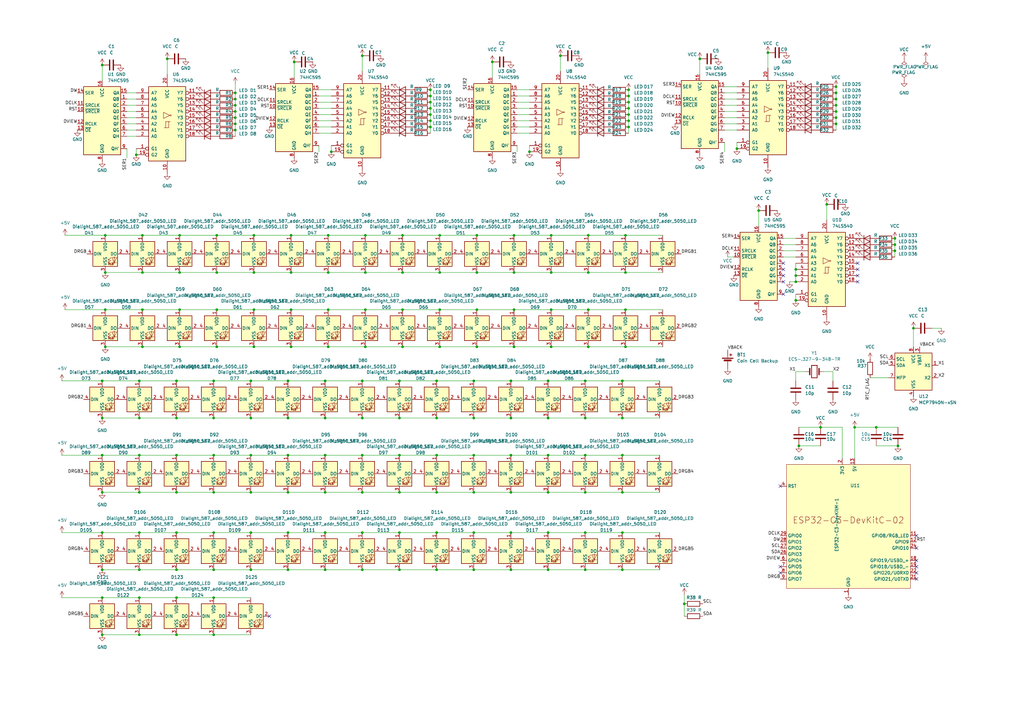
<source format=kicad_sch>
(kicad_sch (version 20231120) (generator "eeschema") (generator_version "8.0")
  (paper "A3")
  (junction (at 41.91 233.68))
  (junction (at 72.39 245.11))
  (junction (at 195.58 96.52))
  (junction (at 57.15 260.35))
  (junction (at 201.93 25.4))
  (junction (at 102.87 201.93))
  (junction (at 118.11 218.44))
  (junction (at 226.06 127))
  (junction (at 327.66 182.88))
  (junction (at 241.3 127))
  (junction (at 73.66 127))
  (junction (at 57.15 156.21))
  (junction (at 57.15 218.44))
  (junction (at 41.91 171.45))
  (junction (at 195.58 111.76))
  (junction (at 88.9 96.52))
  (junction (at 368.3 182.88))
  (junction (at 58.42 142.24))
  (junction (at 342.9 45.72))
  (junction (at 229.87 22.86))
  (junction (at 342.9 38.1))
  (junction (at 148.59 218.44))
  (junction (at 133.35 171.45))
  (junction (at 194.31 201.93))
  (junction (at 194.31 186.69))
  (junction (at 102.87 156.21))
  (junction (at 96.52 40.64))
  (junction (at 72.39 201.93))
  (junction (at 256.54 96.52))
  (junction (at 88.9 127))
  (junction (at 241.3 142.24))
  (junction (at 120.65 25.4))
  (junction (at 241.3 96.52))
  (junction (at 73.66 111.76))
  (junction (at 224.79 156.21))
  (junction (at 148.59 201.93))
  (junction (at 134.62 142.24))
  (junction (at 209.55 233.68))
  (junction (at 180.34 127))
  (junction (at 179.07 186.69))
  (junction (at 255.27 171.45))
  (junction (at 96.52 48.26))
  (junction (at 256.54 142.24))
  (junction (at 72.39 186.69))
  (junction (at 87.63 245.11))
  (junction (at 240.03 233.68))
  (junction (at 255.27 156.21))
  (junction (at 194.31 233.68))
  (junction (at 41.91 245.11))
  (junction (at 73.66 96.52))
  (junction (at 176.53 41.91))
  (junction (at 133.35 186.69))
  (junction (at 367.03 100.33))
  (junction (at 133.35 201.93))
  (junction (at 163.83 186.69))
  (junction (at 180.34 111.76))
  (junction (at 240.03 156.21))
  (junction (at 224.79 201.93))
  (junction (at 41.91 201.93))
  (junction (at 72.39 260.35))
  (junction (at 210.82 142.24))
  (junction (at 134.62 111.76))
  (junction (at 55.88 63.5))
  (junction (at 163.83 233.68))
  (junction (at 102.87 218.44))
  (junction (at 194.31 156.21))
  (junction (at 102.87 171.45))
  (junction (at 57.15 171.45))
  (junction (at 163.83 171.45))
  (junction (at 179.07 233.68))
  (junction (at 226.06 96.52))
  (junction (at 57.15 186.69))
  (junction (at 342.9 50.8))
  (junction (at 104.14 127))
  (junction (at 326.39 110.49))
  (junction (at 104.14 111.76))
  (junction (at 149.86 127))
  (junction (at 134.62 96.52))
  (junction (at 57.15 233.68))
  (junction (at 240.03 218.44))
  (junction (at 148.59 156.21))
  (junction (at 210.82 111.76))
  (junction (at 41.91 26.67))
  (junction (at 176.53 36.83))
  (junction (at 148.59 233.68))
  (junction (at 255.27 218.44))
  (junction (at 119.38 142.24))
  (junction (at 209.55 201.93))
  (junction (at 104.14 96.52))
  (junction (at 257.81 49.53))
  (junction (at 57.15 201.93))
  (junction (at 240.03 171.45))
  (junction (at 210.82 127))
  (junction (at 119.38 96.52))
  (junction (at 72.39 233.68))
  (junction (at 149.86 96.52))
  (junction (at 176.53 49.53))
  (junction (at 148.59 186.69))
  (junction (at 43.18 127))
  (junction (at 43.18 96.52))
  (junction (at 255.27 186.69))
  (junction (at 342.9 40.64))
  (junction (at 96.52 43.18))
  (junction (at 210.82 96.52))
  (junction (at 180.34 96.52))
  (junction (at 163.83 218.44))
  (junction (at 326.39 123.19))
  (junction (at 134.62 127))
  (junction (at 195.58 142.24))
  (junction (at 41.91 156.21))
  (junction (at 87.63 171.45))
  (junction (at 257.81 44.45))
  (junction (at 257.81 41.91))
  (junction (at 58.42 127))
  (junction (at 367.03 97.79))
  (junction (at 226.06 142.24))
  (junction (at 148.59 171.45))
  (junction (at 133.35 218.44))
  (junction (at 133.35 156.21))
  (junction (at 118.11 171.45))
  (junction (at 209.55 218.44))
  (junction (at 257.81 46.99))
  (junction (at 165.1 111.76))
  (junction (at 280.67 247.65))
  (junction (at 163.83 156.21))
  (junction (at 118.11 186.69))
  (junction (at 176.53 52.07))
  (junction (at 255.27 233.68))
  (junction (at 96.52 53.34))
  (junction (at 102.87 186.69))
  (junction (at 43.18 111.76))
  (junction (at 96.52 50.8))
  (junction (at 68.58 24.13))
  (junction (at 73.66 142.24))
  (junction (at 342.9 35.56))
  (junction (at 336.55 175.26))
  (junction (at 135.89 62.23))
  (junction (at 255.27 201.93))
  (junction (at 342.9 43.18))
  (junction (at 118.11 233.68))
  (junction (at 287.02 24.13))
  (junction (at 165.1 142.24))
  (junction (at 57.15 245.11))
  (junction (at 240.03 186.69))
  (junction (at 224.79 171.45))
  (junction (at 180.34 142.24))
  (junction (at 88.9 142.24))
  (junction (at 58.42 111.76))
  (junction (at 256.54 111.76))
  (junction (at 149.86 111.76))
  (junction (at 88.9 111.76))
  (junction (at 209.55 186.69))
  (junction (at 194.31 171.45))
  (junction (at 119.38 127))
  (junction (at 58.42 96.52))
  (junction (at 87.63 260.35))
  (junction (at 176.53 44.45))
  (junction (at 87.63 218.44))
  (junction (at 165.1 96.52))
  (junction (at 257.81 36.83))
  (junction (at 326.39 115.57))
  (junction (at 119.38 111.76))
  (junction (at 176.53 46.99))
  (junction (at 350.52 175.26))
  (junction (at 194.31 218.44))
  (junction (at 224.79 186.69))
  (junction (at 179.07 171.45))
  (junction (at 209.55 171.45))
  (junction (at 179.07 156.21))
  (junction (at 41.91 186.69))
  (junction (at 102.87 233.68))
  (junction (at 87.63 186.69))
  (junction (at 133.35 233.68))
  (junction (at 96.52 45.72))
  (junction (at 41.91 218.44))
  (junction (at 118.11 201.93))
  (junction (at 224.79 218.44))
  (junction (at 179.07 201.93))
  (junction (at 224.79 233.68))
  (junction (at 342.9 48.26))
  (junction (at 72.39 171.45))
  (junction (at 72.39 218.44))
  (junction (at 241.3 111.76))
  (junction (at 256.54 127))
  (junction (at 302.26 60.96))
  (junction (at 217.17 62.23))
  (junction (at 179.07 218.44))
  (junction (at 87.63 201.93))
  (junction (at 359.41 175.26))
  (junction (at 326.39 113.03))
  (junction (at 314.96 21.59))
  (junction (at 96.52 38.1))
  (junction (at 195.58 127))
  (junction (at 87.63 156.21))
  (junction (at 87.63 233.68))
  (junction (at 148.59 22.86))
  (junction (at 367.03 102.87))
  (junction (at 339.09 83.82))
  (junction (at 257.81 39.37))
  (junction (at 226.06 111.76))
  (junction (at 118.11 156.21))
  (junction (at 43.18 142.24))
  (junction (at 163.83 201.93))
  (junction (at 257.81 52.07))
  (junction (at 165.1 127))
  (junction (at 209.55 156.21))
  (junction (at 311.15 86.36))
  (junction (at 240.03 201.93))
  (junction (at 72.39 156.21))
  (junction (at 149.86 142.24))
  (junction (at 176.53 39.37))
  (junction (at 104.14 142.24))
  (junction (at 41.91 260.35))
  (junction (at 374.65 134.62))
  (no_connect (at 351.79 115.57))
  (no_connect (at 351.79 110.49))
  (no_connect (at 321.31 110.49))
  (no_connect (at 321.31 115.57))
  (no_connect (at 375.92 219.71))
  (no_connect (at 375.92 237.49))
  (no_connect (at 351.79 113.03))
  (no_connect (at 320.04 234.95))
  (no_connect (at 320.04 199.39))
  (no_connect (at 321.31 107.95))
  (no_connect (at 375.92 232.41))
  (no_connect (at 321.31 120.65))
  (no_connect (at 375.92 224.79))
  (no_connect (at 351.79 107.95))
  (no_connect (at 320.04 232.41))
  (no_connect (at 375.92 229.87))
  (no_connect (at 375.92 234.95))
  (no_connect (at 321.31 113.03))
  (no_connect (at 110.49 252.73))
  (wire (pts (xy 41.91 26.67) (xy 41.91 33.02)))
  (wire (pts (xy 87.63 233.68) (xy 102.87 233.68)))
  (wire (pts (xy 241.3 142.24) (xy 256.54 142.24)))
  (wire (pts (xy 194.31 218.44) (xy 209.55 218.44)))
  (wire (pts (xy 241.3 127) (xy 256.54 127)))
  (wire (pts (xy 256.54 96.52) (xy 271.78 96.52)))
  (wire (pts (xy 102.87 201.93) (xy 118.11 201.93)))
  (wire (pts (xy 43.18 96.52) (xy 58.42 96.52)))
  (wire (pts (xy 342.9 35.56) (xy 342.9 38.1)))
  (wire (pts (xy 210.82 127) (xy 226.06 127)))
  (wire (pts (xy 58.42 111.76) (xy 73.66 111.76)))
  (wire (pts (xy 149.86 142.24) (xy 165.1 142.24)))
  (wire (pts (xy 119.38 127) (xy 134.62 127)))
  (wire (pts (xy 336.55 175.26) (xy 327.66 175.26)))
  (wire (pts (xy 96.52 50.8) (xy 96.52 53.34)))
  (wire (pts (xy 180.34 96.52) (xy 195.58 96.52)))
  (wire (pts (xy 148.59 218.44) (xy 163.83 218.44)))
  (wire (pts (xy 241.3 111.76) (xy 256.54 111.76)))
  (wire (pts (xy 297.18 43.18) (xy 302.26 43.18)))
  (wire (pts (xy 212.09 59.69) (xy 212.09 62.23)))
  (wire (pts (xy 130.81 59.69) (xy 130.81 62.23)))
  (wire (pts (xy 43.18 142.24) (xy 58.42 142.24)))
  (wire (pts (xy 176.53 49.53) (xy 176.53 52.07)))
  (wire (pts (xy 52.07 48.26) (xy 55.88 48.26)))
  (wire (pts (xy 118.11 218.44) (xy 133.35 218.44)))
  (wire (pts (xy 240.03 233.68) (xy 255.27 233.68)))
  (wire (pts (xy 118.11 156.21) (xy 133.35 156.21)))
  (wire (pts (xy 88.9 142.24) (xy 104.14 142.24)))
  (wire (pts (xy 133.35 201.93) (xy 148.59 201.93)))
  (wire (pts (xy 195.58 142.24) (xy 210.82 142.24)))
  (wire (pts (xy 367.03 102.87) (xy 367.03 105.41)))
  (wire (pts (xy 326.39 152.4) (xy 330.2 152.4)))
  (wire (pts (xy 280.67 247.65) (xy 280.67 252.73)))
  (wire (pts (xy 57.15 156.21) (xy 72.39 156.21)))
  (wire (pts (xy 210.82 111.76) (xy 226.06 111.76)))
  (wire (pts (xy 57.15 186.69) (xy 72.39 186.69)))
  (wire (pts (xy 180.34 111.76) (xy 195.58 111.76)))
  (wire (pts (xy 87.63 171.45) (xy 102.87 171.45)))
  (wire (pts (xy 68.58 24.13) (xy 68.58 30.48)))
  (wire (pts (xy 87.63 218.44) (xy 102.87 218.44)))
  (wire (pts (xy 342.9 48.26) (xy 342.9 50.8)))
  (wire (pts (xy 224.79 201.93) (xy 240.03 201.93)))
  (wire (pts (xy 58.42 127) (xy 73.66 127)))
  (wire (pts (xy 176.53 41.91) (xy 176.53 44.45)))
  (wire (pts (xy 148.59 233.68) (xy 163.83 233.68)))
  (wire (pts (xy 224.79 156.21) (xy 240.03 156.21)))
  (wire (pts (xy 165.1 96.52) (xy 180.34 96.52)))
  (wire (pts (xy 73.66 96.52) (xy 88.9 96.52)))
  (wire (pts (xy 87.63 245.11) (xy 102.87 245.11)))
  (wire (pts (xy 240.03 201.93) (xy 255.27 201.93)))
  (wire (pts (xy 134.62 111.76) (xy 149.86 111.76)))
  (wire (pts (xy 176.53 44.45) (xy 176.53 46.99)))
  (wire (pts (xy 212.09 54.61) (xy 217.17 54.61)))
  (wire (pts (xy 102.87 186.69) (xy 118.11 186.69)))
  (wire (pts (xy 209.55 156.21) (xy 224.79 156.21)))
  (wire (pts (xy 130.81 49.53) (xy 135.89 49.53)))
  (wire (pts (xy 302.26 58.42) (xy 302.26 60.96)))
  (wire (pts (xy 148.59 171.45) (xy 163.83 171.45)))
  (wire (pts (xy 255.27 186.69) (xy 270.51 186.69)))
  (wire (pts (xy 257.81 46.99) (xy 257.81 49.53)))
  (wire (pts (xy 374.65 134.62) (xy 374.65 142.24)))
  (wire (pts (xy 226.06 142.24) (xy 241.3 142.24)))
  (wire (pts (xy 179.07 186.69) (xy 194.31 186.69)))
  (wire (pts (xy 179.07 171.45) (xy 194.31 171.45)))
  (wire (pts (xy 72.39 186.69) (xy 87.63 186.69)))
  (wire (pts (xy 342.9 45.72) (xy 342.9 48.26)))
  (wire (pts (xy 176.53 52.07) (xy 176.53 54.61)))
  (wire (pts (xy 57.15 233.68) (xy 72.39 233.68)))
  (wire (pts (xy 212.09 44.45) (xy 217.17 44.45)))
  (wire (pts (xy 119.38 111.76) (xy 134.62 111.76)))
  (wire (pts (xy 240.03 171.45) (xy 255.27 171.45)))
  (wire (pts (xy 367.03 97.79) (xy 367.03 100.33)))
  (wire (pts (xy 176.53 36.83) (xy 176.53 39.37)))
  (wire (pts (xy 255.27 171.45) (xy 270.51 171.45)))
  (wire (pts (xy 194.31 186.69) (xy 209.55 186.69)))
  (wire (pts (xy 297.18 50.8) (xy 302.26 50.8)))
  (wire (pts (xy 96.52 43.18) (xy 96.52 45.72)))
  (wire (pts (xy 135.89 59.69) (xy 135.89 62.23)))
  (wire (pts (xy 25.4 218.44) (xy 41.91 218.44)))
  (wire (pts (xy 194.31 233.68) (xy 209.55 233.68)))
  (wire (pts (xy 257.81 52.07) (xy 257.81 54.61)))
  (wire (pts (xy 41.91 233.68) (xy 57.15 233.68)))
  (wire (pts (xy 209.55 171.45) (xy 224.79 171.45)))
  (wire (pts (xy 41.91 245.11) (xy 57.15 245.11)))
  (wire (pts (xy 148.59 22.86) (xy 148.59 29.21)))
  (wire (pts (xy 41.91 201.93) (xy 57.15 201.93)))
  (wire (pts (xy 163.83 171.45) (xy 179.07 171.45)))
  (wire (pts (xy 257.81 41.91) (xy 257.81 44.45)))
  (wire (pts (xy 336.55 182.88) (xy 327.66 182.88)))
  (wire (pts (xy 43.18 111.76) (xy 58.42 111.76)))
  (wire (pts (xy 339.09 83.82) (xy 339.09 90.17)))
  (wire (pts (xy 57.15 245.11) (xy 72.39 245.11)))
  (wire (pts (xy 321.31 100.33) (xy 326.39 100.33)))
  (wire (pts (xy 217.17 59.69) (xy 217.17 62.23)))
  (wire (pts (xy 224.79 171.45) (xy 240.03 171.45)))
  (wire (pts (xy 96.52 40.64) (xy 96.52 43.18)))
  (wire (pts (xy 240.03 156.21) (xy 255.27 156.21)))
  (wire (pts (xy 73.66 142.24) (xy 88.9 142.24)))
  (wire (pts (xy 96.52 38.1) (xy 96.52 40.64)))
  (wire (pts (xy 25.4 186.69) (xy 41.91 186.69)))
  (wire (pts (xy 350.52 175.26) (xy 350.52 187.96)))
  (wire (pts (xy 336.55 175.26) (xy 345.44 175.26)))
  (wire (pts (xy 257.81 39.37) (xy 257.81 41.91)))
  (wire (pts (xy 224.79 186.69) (xy 240.03 186.69)))
  (wire (pts (xy 240.03 186.69) (xy 255.27 186.69)))
  (wire (pts (xy 72.39 245.11) (xy 87.63 245.11)))
  (wire (pts (xy 102.87 218.44) (xy 118.11 218.44)))
  (wire (pts (xy 226.06 96.52) (xy 241.3 96.52)))
  (wire (pts (xy 326.39 113.03) (xy 326.39 115.57)))
  (wire (pts (xy 255.27 156.21) (xy 270.51 156.21)))
  (wire (pts (xy 326.39 107.95) (xy 326.39 110.49)))
  (wire (pts (xy 148.59 186.69) (xy 163.83 186.69)))
  (wire (pts (xy 342.9 50.8) (xy 342.9 53.34)))
  (wire (pts (xy 314.96 21.59) (xy 314.96 27.94)))
  (wire (pts (xy 195.58 111.76) (xy 210.82 111.76)))
  (wire (pts (xy 58.42 142.24) (xy 73.66 142.24)))
  (wire (pts (xy 149.86 127) (xy 165.1 127)))
  (wire (pts (xy 72.39 156.21) (xy 87.63 156.21)))
  (wire (pts (xy 87.63 201.93) (xy 102.87 201.93)))
  (wire (pts (xy 280.67 243.84) (xy 280.67 247.65)))
  (wire (pts (xy 209.55 218.44) (xy 224.79 218.44)))
  (wire (pts (xy 163.83 218.44) (xy 179.07 218.44)))
  (wire (pts (xy 367.03 100.33) (xy 367.03 102.87)))
  (wire (pts (xy 57.15 201.93) (xy 72.39 201.93)))
  (wire (pts (xy 72.39 201.93) (xy 87.63 201.93)))
  (wire (pts (xy 130.81 39.37) (xy 135.89 39.37)))
  (wire (pts (xy 134.62 142.24) (xy 149.86 142.24)))
  (wire (pts (xy 102.87 233.68) (xy 118.11 233.68)))
  (wire (pts (xy 256.54 127) (xy 271.78 127)))
  (wire (pts (xy 52.07 50.8) (xy 55.88 50.8)))
  (wire (pts (xy 257.81 44.45) (xy 257.81 46.99)))
  (wire (pts (xy 104.14 111.76) (xy 119.38 111.76)))
  (wire (pts (xy 130.81 41.91) (xy 135.89 41.91)))
  (wire (pts (xy 326.39 156.21) (xy 326.39 152.4)))
  (wire (pts (xy 179.07 218.44) (xy 194.31 218.44)))
  (wire (pts (xy 297.18 35.56) (xy 302.26 35.56)))
  (wire (pts (xy 287.02 24.13) (xy 287.02 30.48)))
  (wire (pts (xy 52.07 60.96) (xy 52.07 64.77)))
  (wire (pts (xy 163.83 201.93) (xy 179.07 201.93)))
  (wire (pts (xy 240.03 218.44) (xy 255.27 218.44)))
  (wire (pts (xy 368.3 182.88) (xy 359.41 182.88)))
  (wire (pts (xy 212.09 49.53) (xy 217.17 49.53)))
  (wire (pts (xy 194.31 201.93) (xy 209.55 201.93)))
  (wire (pts (xy 194.31 171.45) (xy 209.55 171.45)))
  (wire (pts (xy 359.41 175.26) (xy 350.52 175.26)))
  (wire (pts (xy 165.1 111.76) (xy 180.34 111.76)))
  (wire (pts (xy 26.67 127) (xy 43.18 127)))
  (wire (pts (xy 134.62 127) (xy 149.86 127)))
  (wire (pts (xy 210.82 96.52) (xy 226.06 96.52)))
  (wire (pts (xy 163.83 156.21) (xy 179.07 156.21)))
  (wire (pts (xy 210.82 142.24) (xy 226.06 142.24)))
  (wire (pts (xy 57.15 218.44) (xy 72.39 218.44)))
  (wire (pts (xy 133.35 218.44) (xy 148.59 218.44)))
  (wire (pts (xy 229.87 22.86) (xy 229.87 29.21)))
  (wire (pts (xy 119.38 96.52) (xy 134.62 96.52)))
  (wire (pts (xy 342.9 43.18) (xy 342.9 45.72)))
  (wire (pts (xy 165.1 127) (xy 180.34 127)))
  (wire (pts (xy 224.79 218.44) (xy 240.03 218.44)))
  (wire (pts (xy 96.52 48.26) (xy 96.52 50.8)))
  (wire (pts (xy 201.93 25.4) (xy 201.93 31.75)))
  (wire (pts (xy 57.15 260.35) (xy 72.39 260.35)))
  (wire (pts (xy 297.18 40.64) (xy 302.26 40.64)))
  (wire (pts (xy 297.18 53.34) (xy 302.26 53.34)))
  (wire (pts (xy 321.31 102.87) (xy 326.39 102.87)))
  (wire (pts (xy 226.06 111.76) (xy 241.3 111.76)))
  (wire (pts (xy 148.59 201.93) (xy 163.83 201.93)))
  (wire (pts (xy 298.45 105.41) (xy 300.99 105.41)))
  (wire (pts (xy 212.09 39.37) (xy 217.17 39.37)))
  (wire (pts (xy 133.35 186.69) (xy 148.59 186.69)))
  (wire (pts (xy 297.18 48.26) (xy 302.26 48.26)))
  (wire (pts (xy 130.81 36.83) (xy 135.89 36.83)))
  (wire (pts (xy 130.81 46.99) (xy 135.89 46.99)))
  (wire (pts (xy 25.4 156.21) (xy 41.91 156.21)))
  (wire (pts (xy 149.86 111.76) (xy 165.1 111.76)))
  (wire (pts (xy 195.58 96.52) (xy 210.82 96.52)))
  (wire (pts (xy 180.34 142.24) (xy 195.58 142.24)))
  (wire (pts (xy 96.52 45.72) (xy 96.52 48.26)))
  (wire (pts (xy 41.91 171.45) (xy 57.15 171.45)))
  (wire (pts (xy 256.54 142.24) (xy 271.78 142.24)))
  (wire (pts (xy 96.52 53.34) (xy 96.52 55.88)))
  (wire (pts (xy 130.81 54.61) (xy 135.89 54.61)))
  (wire (pts (xy 209.55 186.69) (xy 224.79 186.69)))
  (wire (pts (xy 104.14 127) (xy 119.38 127)))
  (wire (pts (xy 311.15 86.36) (xy 311.15 92.71)))
  (wire (pts (xy 149.86 96.52) (xy 165.1 96.52)))
  (wire (pts (xy 165.1 142.24) (xy 180.34 142.24)))
  (wire (pts (xy 88.9 127) (xy 104.14 127)))
  (wire (pts (xy 224.79 233.68) (xy 240.03 233.68)))
  (wire (pts (xy 257.81 36.83) (xy 257.81 39.37)))
  (wire (pts (xy 368.3 175.26) (xy 359.41 175.26)))
  (wire (pts (xy 179.07 201.93) (xy 194.31 201.93)))
  (wire (pts (xy 342.9 40.64) (xy 342.9 43.18)))
  (wire (pts (xy 176.53 46.99) (xy 176.53 49.53)))
  (wire (pts (xy 52.07 38.1) (xy 55.88 38.1)))
  (wire (pts (xy 341.63 152.4) (xy 341.63 156.21)))
  (wire (pts (xy 118.11 171.45) (xy 133.35 171.45)))
  (wire (pts (xy 96.52 34.29) (xy 96.52 38.1)))
  (wire (pts (xy 52.07 40.64) (xy 55.88 40.64)))
  (wire (pts (xy 87.63 260.35) (xy 102.87 260.35)))
  (wire (pts (xy 87.63 156.21) (xy 102.87 156.21)))
  (wire (pts (xy 52.07 45.72) (xy 55.88 45.72)))
  (wire (pts (xy 120.65 25.4) (xy 120.65 31.75)))
  (wire (pts (xy 345.44 175.26) (xy 345.44 187.96)))
  (wire (pts (xy 130.81 44.45) (xy 135.89 44.45)))
  (wire (pts (xy 104.14 96.52) (xy 119.38 96.52)))
  (wire (pts (xy 297.18 58.42) (xy 297.18 62.23)))
  (wire (pts (xy 41.91 218.44) (xy 57.15 218.44)))
  (wire (pts (xy 176.53 39.37) (xy 176.53 41.91)))
  (wire (pts (xy 41.91 260.35) (xy 57.15 260.35)))
  (wire (pts (xy 72.39 233.68) (xy 87.63 233.68)))
  (wire (pts (xy 226.06 127) (xy 241.3 127)))
  (wire (pts (xy 382.27 134.62) (xy 386.08 134.62)))
  (wire (pts (xy 257.81 49.53) (xy 257.81 52.07)))
  (wire (pts (xy 148.59 156.21) (xy 163.83 156.21)))
  (wire (pts (xy 88.9 96.52) (xy 104.14 96.52)))
  (wire (pts (xy 41.91 156.21) (xy 57.15 156.21)))
  (wire (pts (xy 87.63 186.69) (xy 102.87 186.69)))
  (wire (pts (xy 41.91 186.69) (xy 57.15 186.69)))
  (wire (pts (xy 212.09 46.99) (xy 217.17 46.99)))
  (wire (pts (xy 58.42 96.52) (xy 73.66 96.52)))
  (wire (pts (xy 72.39 260.35) (xy 87.63 260.35)))
  (wire (pts (xy 118.11 233.68) (xy 133.35 233.68)))
  (wire (pts (xy 55.88 60.96) (xy 55.88 63.5)))
  (wire (pts (xy 256.54 111.76) (xy 271.78 111.76)))
  (wire (pts (xy 102.87 171.45) (xy 118.11 171.45)))
  (wire (pts (xy 209.55 201.93) (xy 224.79 201.93)))
  (wire (pts (xy 356.87 154.94) (xy 364.49 154.94)))
  (wire (pts (xy 73.66 111.76) (xy 88.9 111.76)))
  (wire (pts (xy 255.27 201.93) (xy 270.51 201.93)))
  (wire (pts (xy 180.34 127) (xy 195.58 127)))
  (wire (pts (xy 26.67 96.52) (xy 43.18 96.52)))
  (wire (pts (xy 57.15 171.45) (xy 72.39 171.45)))
  (wire (pts (xy 326.39 120.65) (xy 326.39 123.19)))
  (wire (pts (xy 104.14 142.24) (xy 119.38 142.24)))
  (wire (pts (xy 118.11 201.93) (xy 133.35 201.93)))
  (wire (pts (xy 337.82 152.4) (xy 341.63 152.4)))
  (wire (pts (xy 342.9 38.1) (xy 342.9 40.64)))
  (wire (pts (xy 72.39 218.44) (xy 87.63 218.44)))
  (wire (pts (xy 25.4 245.11) (xy 41.91 245.11)))
  (wire (pts (xy 212.09 41.91) (xy 217.17 41.91)))
  (wire (pts (xy 195.58 127) (xy 210.82 127)))
  (wire (pts (xy 73.66 127) (xy 88.9 127)))
  (wire (pts (xy 179.07 233.68) (xy 194.31 233.68)))
  (wire (pts (xy 102.87 156.21) (xy 118.11 156.21)))
  (wire (pts (xy 212.09 52.07) (xy 217.17 52.07)))
  (wire (pts (xy 194.31 156.21) (xy 209.55 156.21)))
  (wire (pts (xy 297.18 45.72) (xy 302.26 45.72)))
  (wire (pts (xy 163.83 233.68) (xy 179.07 233.68)))
  (wire (pts (xy 163.83 186.69) (xy 179.07 186.69)))
  (wire (pts (xy 209.55 233.68) (xy 224.79 233.68)))
  (wire (pts (xy 133.35 156.21) (xy 148.59 156.21)))
  (wire (pts (xy 118.11 186.69) (xy 133.35 186.69)))
  (wire (pts (xy 321.31 105.41) (xy 326.39 105.41)))
  (wire (pts (xy 133.35 233.68) (xy 148.59 233.68)))
  (wire (pts (xy 88.9 111.76) (xy 104.14 111.76)))
  (wire (pts (xy 134.62 96.52) (xy 149.86 96.52)))
  (wire (pts (xy 119.38 142.24) (xy 134.62 142.24)))
  (wire (pts (xy 130.81 52.07) (xy 135.89 52.07)))
  (wire (pts (xy 323.85 115.57) (xy 326.39 115.57)))
  (wire (pts (xy 297.18 38.1) (xy 302.26 38.1)))
  (wire (pts (xy 179.07 156.21) (xy 194.31 156.21)))
  (wire (pts (xy 241.3 96.52) (xy 256.54 96.52)))
  (wire (pts (xy 255.27 233.68) (xy 270.51 233.68)))
  (wire (pts (xy 212.09 36.83) (xy 217.17 36.83)))
  (wire (pts (xy 52.07 55.88) (xy 55.88 55.88)))
  (wire (pts (xy 72.39 171.45) (xy 87.63 171.45)))
  (wire (pts (xy 326.39 110.49) (xy 326.39 113.03)))
  (wire (pts (xy 321.31 97.79) (xy 326.39 97.79)))
  (wire (pts (xy 43.18 127) (xy 58.42 127)))
  (wire (pts (xy 255.27 218.44) (xy 270.51 218.44)))
  (wire (pts (xy 133.35 171.45) (xy 148.59 171.45)))
  (wire (pts (xy 52.07 43.18) (xy 55.88 43.18)))
  (wire (pts (xy 52.07 53.34) (xy 55.88 53.34)))
  (label "SDA" (at 320.04 227.33 180))
  (label "VBACK" (at 377.19 142.24 0))
  (label "X2" (at 341.63 152.4 0))
  (label "SER1" (at 52.07 64.77 270))
  (label "DRGB2" (at 34.29 163.83 180))
  (label "DCLK" (at 110.49 41.91 180))
  (label "DVIEW" (at 110.49 49.53 180))
  (label "SER1" (at 110.49 36.83 180))
  (label "SCL" (at 364.49 147.32 180))
  (label "DRGB3" (at 34.29 194.31 180))
  (label "DVIEW" (at 191.77 49.53 180))
  (label "DRGB1" (at 35.56 134.62 180))
  (label "DRGB5" (at 34.29 252.73 180))
  (label "DW" (at 320.04 222.25 180))
  (label "DRGB4" (at 34.29 226.06 180))
  (label "DRGB1" (at 279.4 104.14 0))
  (label "DCLK" (at 276.86 40.64 180))
  (label "DVIEW" (at 320.04 229.87 180))
  (label "RTC_FLAG" (at 356.87 154.94 270))
  (label "RST" (at 375.92 222.25 0))
  (label "SER4" (at 297.18 62.23 270))
  (label "DCLK" (at 31.75 43.18 180))
  (label "SDA" (at 364.49 149.86 180))
  (label "SDA" (at 288.29 252.73 0))
  (label "RST" (at 276.86 43.18 180))
  (label "DCLK" (at 300.99 102.87 180))
  (label "RST" (at 191.77 44.45 180))
  (label "DVIEW" (at 300.99 110.49 180))
  (label "X2" (at 384.81 154.94 0))
  (label "DVIEW" (at 31.75 50.8 180))
  (label "SER3" (at 276.86 35.56 180))
  (label "DRGB3" (at 278.13 163.83 0))
  (label "X1" (at 326.39 152.4 180))
  (label "DCLK" (at 191.77 41.91 180))
  (label "DRGB5" (at 278.13 226.06 0))
  (label "SCL" (at 320.04 224.79 180))
  (label "X1" (at 384.81 149.86 0))
  (label "DRGB" (at 35.56 104.14 180))
  (label "DW" (at 31.75 38.1 180))
  (label "VBACK" (at 298.45 143.51 0))
  (label "SER2" (at 130.81 62.23 270))
  (label "DVIEW" (at 276.86 48.26 180))
  (label "DRGB" (at 320.04 237.49 180))
  (label "SCL" (at 288.29 247.65 0))
  (label "SER2" (at 191.77 36.83 90))
  (label "RST" (at 31.75 45.72 180))
  (label "DRGB4" (at 278.13 194.31 0))
  (label "DRGB2" (at 279.4 134.62 0))
  (label "SER4" (at 300.99 97.79 180))
  (label "RST" (at 110.49 44.45 180))
  (label "DCLK" (at 320.04 219.71 180))
  (label "SER3" (at 212.09 62.23 270))
  (symbol (lib_id "Dialight_587_addr_5050_LED:Dialight_587_addr_5050_LED") (at 179.07 194.31 0) (unit 1)
    (property "Reference" "D98" (at 172.466 185.674 0))
    (property "Value" "Dialight_587_addr_5050_LED" (at 179.324 183.134 0))
    (property "Footprint" "Dialight-587:LED_Dialight587_PLCC4_5.0x5.0mm_P3.2mm" (effects (hide yes)))
    (property "Datasheet" "https://www.mouser.com/datasheet/2/109/Dialight_datasheet_587_2054_127F_Addressable_RGB-3502563.pdf" (effects (hide yes)))
    (property "Description" "5050 RGB LED 4-Pin with integrated IC" (effects (hide yes)))
  )
  (symbol (lib_id "Dialight_587_addr_5050_LED:Dialight_587_addr_5050_LED") (at 148.59 163.83 0) (unit 1)
    (property "Reference" "D80" (at 148.844 147.828 0))
    (property "Value" "Dialight_587_addr_5050_LED" (at 148.844 150.368 0))
    (property "Footprint" "Dialight-587:LED_Dialight587_PLCC4_5.0x5.0mm_P3.2mm" (effects (hide yes)))
    (property "Datasheet" "https://www.mouser.com/datasheet/2/109/Dialight_datasheet_587_2054_127F_Addressable_RGB-3502563.pdf" (effects (hide yes)))
    (property "Description" "5050 RGB LED 4-Pin with integrated IC" (effects (hide yes)))
  )
  (symbol (lib_id "Device:R") (at 92.71 50.8 270) (mirror x) (unit 1)
    (property "Reference" "R6" (at 93.726 50.8 90))
    (property "Value" "R" (at 89.154 49.53 90))
    (property "Footprint" "Resistor_SMD:R_0805_2012Metric_Pad1.20x1.40mm_HandSolder" (effects (hide yes)))
    (property "Description" "Resistor" (effects (hide yes)))
  )
  (symbol (lib_id "power:GND") (at 339.09 130.81 0) (unit 1)
    (property "Reference" "#PWR034" (effects (hide yes)))
    (property "Value" "GND" (at 339.09 135.89 0))
    (property "Description" "Power symbol creates a global label with name \"GND\" , ground" (effects (hide yes)))
  )
  (symbol (lib_id "Device:R") (at 363.22 100.33 90) (unit 1)
    (property "Reference" "R34" (at 362.204 100.33 90))
    (property "Value" "R" (at 359.156 99.06 90))
    (property "Footprint" "Resistor_SMD:R_0805_2012Metric_Pad1.20x1.40mm_HandSolder" (effects (hide yes)))
    (property "Description" "Resistor" (effects (hide yes)))
  )
  (symbol (lib_id "Device:R") (at 339.09 53.34 90) (unit 1)
    (property "Reference" "R32" (at 338.074 53.34 90))
    (property "Value" "R" (at 335.28 52.07 90))
    (property "Footprint" "Resistor_SMD:R_0805_2012Metric_Pad1.20x1.40mm_HandSolder" (effects (hide yes)))
    (property "Description" "Resistor" (effects (hide yes)))
  )
  (symbol (lib_id "Device:R") (at 172.72 54.61 90) (unit 1)
    (property "Reference" "R16" (at 171.704 54.61 90))
    (property "Value" "R" (at 168.91 53.34 90))
    (property "Footprint" "Resistor_SMD:R_0805_2012Metric_Pad1.20x1.40mm_HandSolder" (effects (hide yes)))
    (property "Description" "Resistor" (effects (hide yes)))
  )
  (symbol (lib_id "power:GND") (at 41.91 66.04 0) (unit 1)
    (property "Reference" "#PWR02" (effects (hide yes)))
    (property "Value" "GND" (at 41.91 69.85 0))
    (property "Description" "Power symbol creates a global label with name \"GND\" , ground" (effects (hide yes)))
  )
  (symbol (lib_id "Device:R") (at 92.71 48.26 270) (mirror x) (unit 1)
    (property "Reference" "R5" (at 93.726 48.26 90))
    (property "Value" "R" (at 89.154 46.99 90))
    (property "Footprint" "Resistor_SMD:R_0805_2012Metric_Pad1.20x1.40mm_HandSolder" (effects (hide yes)))
    (property "Description" "Resistor" (effects (hide yes)))
  )
  (symbol (lib_id "Dialight_587_addr_5050_LED:Dialight_587_addr_5050_LED") (at 119.38 134.62 0) (unit 1)
    (property "Reference" "D62" (at 112.776 125.984 0))
    (property "Value" "Dialight_587_addr_5050_LED" (at 119.634 123.444 0))
    (property "Footprint" "Dialight-587:LED_Dialight587_PLCC4_5.0x5.0mm_P3.2mm" (effects (hide yes)))
    (property "Datasheet" "https://www.mouser.com/datasheet/2/109/Dialight_datasheet_587_2054_127F_Addressable_RGB-3502563.pdf" (effects (hide yes)))
    (property "Description" "5050 RGB LED 4-Pin with integrated IC" (effects (hide yes)))
  )
  (symbol (lib_id "Dialight_587_addr_5050_LED:Dialight_587_addr_5050_LED") (at 255.27 194.31 0) (unit 1)
    (property "Reference" "D103" (at 255.524 178.308 0))
    (property "Value" "Dialight_587_addr_5050_LED" (at 255.524 180.848 0))
    (property "Footprint" "Dialight-587:LED_Dialight587_PLCC4_5.0x5.0mm_P3.2mm" (effects (hide yes)))
    (property "Datasheet" "https://www.mouser.com/datasheet/2/109/Dialight_datasheet_587_2054_127F_Addressable_RGB-3502563.pdf" (effects (hide yes)))
    (property "Description" "5050 RGB LED 4-Pin with integrated IC" (effects (hide yes)))
  )
  (symbol (lib_id "Dialight_587_addr_5050_LED:Dialight_587_addr_5050_LED") (at 180.34 104.14 0) (unit 1)
    (property "Reference" "D50" (at 180.594 88.138 0))
    (property "Value" "Dialight_587_addr_5050_LED" (at 180.594 90.678 0))
    (property "Footprint" "Dialight-587:LED_Dialight587_PLCC4_5.0x5.0mm_P3.2mm" (effects (hide yes)))
    (property "Datasheet" "https://www.mouser.com/datasheet/2/109/Dialight_datasheet_587_2054_127F_Addressable_RGB-3502563.pdf" (effects (hide yes)))
    (property "Description" "5050 RGB LED 4-Pin with integrated IC" (effects (hide yes)))
  )
  (symbol (lib_id "power:VCC") (at 176.53 36.83 0) (unit 1)
    (property "Reference" "#PWR06" (effects (hide yes)))
    (property "Value" "VCC" (at 176.53 33.02 0))
    (property "Description" "Power symbol creates a global label with name \"VCC\"" (effects (hide yes)))
  )
  (symbol (lib_id "Dialight_587_addr_5050_LED:Dialight_587_addr_5050_LED") (at 195.58 134.62 0) (unit 1)
    (property "Reference" "D67" (at 195.834 118.618 0))
    (property "Value" "Dialight_587_addr_5050_LED" (at 195.834 121.158 0))
    (property "Footprint" "Dialight-587:LED_Dialight587_PLCC4_5.0x5.0mm_P3.2mm" (effects (hide yes)))
    (property "Datasheet" "https://www.mouser.com/datasheet/2/109/Dialight_datasheet_587_2054_127F_Addressable_RGB-3502563.pdf" (effects (hide yes)))
    (property "Description" "5050 RGB LED 4-Pin with integrated IC" (effects (hide yes)))
  )
  (symbol (lib_id "Device:R") (at 339.09 50.8 90) (unit 1)
    (property "Reference" "R31" (at 338.074 50.8 90))
    (property "Value" "R" (at 335.28 49.53 90))
    (property "Footprint" "Resistor_SMD:R_0805_2012Metric_Pad1.20x1.40mm_HandSolder" (effects (hide yes)))
    (property "Description" "Resistor" (effects (hide yes)))
  )
  (symbol (lib_id "Device:LED") (at 246.38 41.91 0) (mirror x) (unit 1)
    (property "Reference" "D19" (at 265.938 40.64 0))
    (property "Value" "LED" (at 261.874 40.64 0))
    (property "Footprint" "LED_SMD:LED_PLCC_2835_Handsoldering" (effects (hide yes)))
    (property "Description" "Light emitting diode" (effects (hide yes)))
  )
  (symbol (lib_id "74xx:74HC595") (at 287.02 45.72 0) (unit 1)
    (property "Reference" "U4" (at 289.2141 27.94 0) (effects (justify left)))
    (property "Value" "74HC595" (at 289.2141 30.48 0) (effects (justify left)))
    (property "Footprint" "Package_SO:TSSOP-16_4.4x5mm_P0.65mm" (effects (hide yes)))
    (property "Datasheet" "http://www.ti.com/lit/ds/symlink/sn74hc595.pdf" (effects (hide yes)))
    (property "Description" "8-bit serial in/out Shift Register 3-State Outputs" (effects (hide yes)))
  )
  (symbol (lib_id "Device:LED") (at 246.38 44.45 0) (mirror x) (unit 1)
    (property "Reference" "D20" (at 265.938 43.18 0))
    (property "Value" "LED" (at 261.874 43.18 0))
    (property "Footprint" "LED_SMD:LED_PLCC_2835_Handsoldering" (effects (hide yes)))
    (property "Description" "Light emitting diode" (effects (hide yes)))
  )
  (symbol (lib_id "Dialight_587_addr_5050_LED:Dialight_587_addr_5050_LED") (at 149.86 134.62 0) (unit 1)
    (property "Reference" "D64" (at 150.114 118.618 0))
    (property "Value" "Dialight_587_addr_5050_LED" (at 150.114 121.158 0))
    (property "Footprint" "Dialight-587:LED_Dialight587_PLCC4_5.0x5.0mm_P3.2mm" (effects (hide yes)))
    (property "Datasheet" "https://www.mouser.com/datasheet/2/109/Dialight_datasheet_587_2054_127F_Addressable_RGB-3502563.pdf" (effects (hide yes)))
    (property "Description" "5050 RGB LED 4-Pin with integrated IC" (effects (hide yes)))
  )
  (symbol (lib_id "Device:R") (at 339.09 43.18 90) (unit 1)
    (property "Reference" "R28" (at 338.074 43.18 90))
    (property "Value" "R" (at 335.28 41.91 90))
    (property "Footprint" "Resistor_SMD:R_0805_2012Metric_Pad1.20x1.40mm_HandSolder" (effects (hide yes)))
    (property "Description" "Resistor" (effects (hide yes)))
  )
  (symbol (lib_id "Dialight_587_addr_5050_LED:Dialight_587_addr_5050_LED") (at 224.79 226.06 0) (unit 1)
    (property "Reference" "D117" (at 218.186 217.424 0))
    (property "Value" "Dialight_587_addr_5050_LED" (at 225.044 214.884 0))
    (property "Footprint" "Dialight-587:LED_Dialight587_PLCC4_5.0x5.0mm_P3.2mm" (effects (hide yes)))
    (property "Datasheet" "https://www.mouser.com/datasheet/2/109/Dialight_datasheet_587_2054_127F_Addressable_RGB-3502563.pdf" (effects (hide yes)))
    (property "Description" "5050 RGB LED 4-Pin with integrated IC" (effects (hide yes)))
  )
  (symbol (lib_id "Device:LED") (at 165.1 52.07 0) (mirror x) (unit 1)
    (property "Reference" "D15" (at 183.388 50.546 0))
    (property "Value" "LED" (at 179.324 50.546 0))
    (property "Footprint" "LED_SMD:LED_PLCC_2835_Handsoldering" (effects (hide yes)))
    (property "Description" "Light emitting diode" (effects (hide yes)))
  )
  (symbol (lib_id "power:GND") (at 314.96 68.58 0) (unit 1)
    (property "Reference" "#PWR031" (effects (hide yes)))
    (property "Value" "GND" (at 314.96 73.66 0))
    (property "Description" "Power symbol creates a global label with name \"GND\" , ground" (effects (hide yes)))
  )
  (symbol (lib_id "Dialight_587_addr_5050_LED:Dialight_587_addr_5050_LED") (at 209.55 194.31 0) (unit 1)
    (property "Reference" "D100" (at 209.804 178.308 0))
    (property "Value" "Dialight_587_addr_5050_LED" (at 209.804 180.848 0))
    (property "Footprint" "Dialight-587:LED_Dialight587_PLCC4_5.0x5.0mm_P3.2mm" (effects (hide yes)))
    (property "Datasheet" "https://www.mouser.com/datasheet/2/109/Dialight_datasheet_587_2054_127F_Addressable_RGB-3502563.pdf" (effects (hide yes)))
    (property "Description" "5050 RGB LED 4-Pin with integrated IC" (effects (hide yes)))
  )
  (symbol (lib_id "power:GND") (at 322.58 21.59 0) (unit 1)
    (property "Reference" "#PWR032" (effects (hide yes)))
    (property "Value" "GND" (at 322.58 25.4 0))
    (property "Description" "Power symbol creates a global label with name \"GND\" , ground" (effects (hide yes)))
  )
  (symbol (lib_id "power:VCC") (at 374.65 134.62 0) (unit 1)
    (property "Reference" "#PWR060" (effects (hide yes)))
    (property "Value" "VCC" (at 374.65 129.54 0))
    (property "Description" "Power symbol creates a global label with name \"VCC\"" (effects (hide yes)))
  )
  (symbol (lib_id "Dialight_587_addr_5050_LED:Dialight_587_addr_5050_LED") (at 102.87 252.73 0) (unit 1)
    (property "Reference" "D125" (at 103.124 236.728 0))
    (property "Value" "Dialight_587_addr_5050_LED" (at 103.124 239.268 0))
    (property "Footprint" "Dialight-587:LED_Dialight587_PLCC4_5.0x5.0mm_P3.2mm" (effects (hide yes)))
    (property "Datasheet" "https://www.mouser.com/datasheet/2/109/Dialight_datasheet_587_2054_127F_Addressable_RGB-3502563.pdf" (effects (hide yes)))
    (property "Description" "5050 RGB LED 4-Pin with integrated IC" (effects (hide yes)))
  )
  (symbol (lib_id "power:GND") (at 217.17 62.23 0) (unit 1)
    (property "Reference" "#PWR044" (effects (hide yes)))
    (property "Value" "GND" (at 217.17 67.31 0))
    (property "Description" "Power symbol creates a global label with name \"GND\" , ground" (effects (hide yes)))
  )
  (symbol (lib_id "power:VCC") (at 339.09 83.82 0) (unit 1)
    (property "Reference" "#PWR033" (effects (hide yes)))
    (property "Value" "VCC" (at 339.09 80.01 0))
    (property "Description" "Power symbol creates a global label with name \"VCC\"" (effects (hide yes)))
  )
  (symbol (lib_id "power:VCC") (at 41.91 26.67 0) (unit 1)
    (property "Reference" "#PWR03" (effects (hide yes)))
    (property "Value" "VCC" (at 41.91 21.59 0))
    (property "Description" "Power symbol creates a global label with name \"VCC\"" (effects (hide yes)))
  )
  (symbol (lib_id "power:GND") (at 311.15 125.73 0) (unit 1)
    (property "Reference" "#PWR014" (effects (hide yes)))
    (property "Value" "GND" (at 311.15 130.81 0))
    (property "Description" "Power symbol creates a global label with name \"GND\" , ground" (effects (hide yes)))
  )
  (symbol (lib_id "Device:R") (at 363.22 102.87 90) (unit 1)
    (property "Reference" "R35" (at 362.204 102.87 90))
    (property "Value" "R" (at 359.156 101.6 90))
    (property "Footprint" "Resistor_SMD:R_0805_2012Metric_Pad1.20x1.40mm_HandSolder" (effects (hide yes)))
    (property "Description" "Resistor" (effects (hide yes)))
  )
  (symbol (lib_id "Dialight_587_addr_5050_LED:Dialight_587_addr_5050_LED") (at 209.55 163.83 0) (unit 1)
    (property "Reference" "D84" (at 209.804 147.828 0))
    (property "Value" "Dialight_587_addr_5050_LED" (at 209.804 150.368 0))
    (property "Footprint" "Dialight-587:LED_Dialight587_PLCC4_5.0x5.0mm_P3.2mm" (effects (hide yes)))
    (property "Datasheet" "https://www.mouser.com/datasheet/2/109/Dialight_datasheet_587_2054_127F_Addressable_RGB-3502563.pdf" (effects (hide yes)))
    (property "Description" "5050 RGB LED 4-Pin with integrated IC" (effects (hide yes)))
  )
  (symbol (lib_id "Device:C") (at 124.46 25.4 90) (unit 1)
    (property "Reference" "C4" (at 127.254 24.13 90))
    (property "Value" "C" (at 124.46 21.844 90))
    (property "Footprint" "Capacitor_SMD:C_0805_2012Metric_Pad1.18x1.45mm_HandSolder" (effects (hide yes)))
    (property "Description" "Unpolarized capacitor" (effects (hide yes)))
  )
  (symbol (lib_id "Device:LED") (at 165.1 39.37 0) (mirror x) (unit 1)
    (property "Reference" "D10" (at 183.388 37.846 0))
    (property "Value" "LED" (at 179.324 37.846 0))
    (property "Footprint" "LED_SMD:LED_PLCC_2835_Handsoldering" (effects (hide yes)))
    (property "Description" "Light emitting diode" (effects (hide yes)))
  )
  (symbol (lib_id "Dialight_587_addr_5050_LED:Dialight_587_addr_5050_LED") (at 87.63 226.06 0) (unit 1)
    (property "Reference" "D108" (at 87.884 210.058 0))
    (property "Value" "Dialight_587_addr_5050_LED" (at 87.884 212.598 0))
    (property "Footprint" "Dialight-587:LED_Dialight587_PLCC4_5.0x5.0mm_P3.2mm" (effects (hide yes)))
    (property "Datasheet" "https://www.mouser.com/datasheet/2/109/Dialight_datasheet_587_2054_127F_Addressable_RGB-3502563.pdf" (effects (hide yes)))
    (property "Description" "5050 RGB LED 4-Pin with integrated IC" (effects (hide yes)))
  )
  (symbol (lib_id "power:GND") (at 327.66 182.88 0) (mirror y) (unit 1)
    (property "Reference" "#PWR070" (effects (hide yes)))
    (property "Value" "GND" (at 327.66 187.96 0))
    (property "Description" "Power symbol creates a global label with name \"GND\" , ground" (effects (hide yes)))
  )
  (symbol (lib_id "power:PWR_FLAG") (at 370.84 33.02 0) (unit 1)
    (property "Reference" "#FLG03" (effects (hide yes)))
    (property "Value" "PWR_FLAG" (at 370.586 29.718 0))
    (property "Description" "Special symbol for telling ERC where power comes from" (effects (hide yes)))
  )
  (symbol (lib_id "power:+5V") (at 379.73 24.13 0) (mirror y) (unit 1)
    (property "Reference" "#PWR073" (effects (hide yes)))
    (property "Value" "+5V" (at 379.73 19.05 0))
    (property "Description" "Power symbol creates a global label with name \"+5V\"" (effects (hide yes)))
  )
  (symbol (lib_id "Device:C") (at 359.41 179.07 0) (mirror y) (unit 1)
    (property "Reference" "C15" (at 355.092 180.086 0))
    (property "Value" "10u" (at 355.092 178.054 0))
    (property "Footprint" "Capacitor_SMD:C_0805_2012Metric_Pad1.18x1.45mm_HandSolder" (effects (hide yes)))
    (property "Description" "Unpolarized capacitor" (effects (hide yes)))
  )
  (symbol (lib_id "Dialight_587_addr_5050_LED:Dialight_587_addr_5050_LED") (at 118.11 163.83 0) (unit 1)
    (property "Reference" "D78" (at 111.506 155.194 0))
    (property "Value" "Dialight_587_addr_5050_LED" (at 118.364 152.654 0))
    (property "Footprint" "Dialight-587:LED_Dialight587_PLCC4_5.0x5.0mm_P3.2mm" (effects (hide yes)))
    (property "Datasheet" "https://www.mouser.com/datasheet/2/109/Dialight_datasheet_587_2054_127F_Addressable_RGB-3502563.pdf" (effects (hide yes)))
    (property "Description" "5050 RGB LED 4-Pin with integrated IC" (effects (hide yes)))
  )
  (symbol (lib_id "Device:LED") (at 85.09 45.72 0) (mirror x) (unit 1)
    (property "Reference" "D4" (at 103.886 44.704 0))
    (property "Value" "LED" (at 99.822 44.704 0))
    (property "Footprint" "LED_SMD:LED_PLCC_2835_Handsoldering" (effects (hide yes)))
    (property "Description" "Light emitting diode" (effects (hide yes)))
  )
  (symbol (lib_id "Device:LED") (at 331.47 40.64 0) (mirror x) (unit 1)
    (property "Reference" "D27" (at 351.282 39.624 0))
    (property "Value" "LED" (at 347.218 39.624 0))
    (property "Footprint" "LED_SMD:LED_PLCC_2835_Handsoldering" (effects (hide yes)))
    (property "Description" "Light emitting diode" (effects (hide yes)))
  )
  (symbol (lib_id "power:PWR_FLAG") (at 379.73 24.13 180) (unit 1)
    (property "Reference" "#FLG02" (effects (hide yes)))
    (property "Value" "PWR_FLAG" (at 379.984 27.432 0))
    (property "Description" "Special symbol for telling ERC where power comes from" (effects (hide yes)))
  )
  (symbol (lib_id "Dialight_587_addr_5050_LED:Dialight_587_addr_5050_LED") (at 241.3 104.14 0) (unit 1)
    (property "Reference" "D54" (at 241.554 88.138 0))
    (property "Value" "Dialight_587_addr_5050_LED" (at 241.554 90.678 0))
    (property "Footprint" "Dialight-587:LED_Dialight587_PLCC4_5.0x5.0mm_P3.2mm" (effects (hide yes)))
    (property "Datasheet" "https://www.mouser.com/datasheet/2/109/Dialight_datasheet_587_2054_127F_Addressable_RGB-3502563.pdf" (effects (hide yes)))
    (property "Description" "5050 RGB LED 4-Pin with integrated IC" (effects (hide yes)))
  )
  (symbol (lib_id "power:GND") (at 294.64 24.13 0) (unit 1)
    (property "Reference" "#PWR020" (effects (hide yes)))
    (property "Value" "GND" (at 294.64 27.94 0))
    (property "Description" "Power symbol creates a global label with name \"GND\" , ground" (effects (hide yes)))
  )
  (symbol (lib_id "Device:LED") (at 165.1 44.45 0) (mirror x) (unit 1)
    (property "Reference" "D12" (at 183.388 42.926 0))
    (property "Value" "LED" (at 179.324 42.926 0))
    (property "Footprint" "LED_SMD:LED_PLCC_2835_Handsoldering" (effects (hide yes)))
    (property "Description" "Light emitting diode" (effects (hide yes)))
  )
  (symbol (lib_id "Dialight_587_addr_5050_LED:Dialight_587_addr_5050_LED") (at 41.91 194.31 0) (unit 1)
    (property "Reference" "D89" (at 35.306 185.674 0))
    (property "Value" "Dialight_587_addr_5050_LED" (at 42.164 183.134 0))
    (property "Footprint" "Dialight-587:LED_Dialight587_PLCC4_5.0x5.0mm_P3.2mm" (effects (hide yes)))
    (property "Datasheet" "https://www.mouser.com/datasheet/2/109/Dialight_datasheet_587_2054_127F_Addressable_RGB-3502563.pdf" (effects (hide yes)))
    (property "Description" "5050 RGB LED 4-Pin with integrated IC" (effects (hide yes)))
  )
  (symbol (lib_id "Dialight_587_addr_5050_LED:Dialight_587_addr_5050_LED") (at 165.1 134.62 0) (unit 1)
    (property "Reference" "D65" (at 158.496 125.984 0))
    (property "Value" "Dialight_587_addr_5050_LED" (at 165.354 123.444 0))
    (property "Footprint" "Dialight-587:LED_Dialight587_PLCC4_5.0x5.0mm_P3.2mm" (effects (hide yes)))
    (property "Datasheet" "https://www.mouser.com/datasheet/2/109/Dialight_datasheet_587_2054_127F_Addressable_RGB-3502563.pdf" (effects (hide yes)))
    (property "Description" "5050 RGB LED 4-Pin with integrated IC" (effects (hide yes)))
  )
  (symbol (lib_id "Device:LED") (at 331.47 35.56 0) (mirror x) (unit 1)
    (property "Reference" "D25" (at 351.282 34.544 0))
    (property "Value" "LED" (at 347.218 34.544 0))
    (property "Footprint" "LED_SMD:LED_PLCC_2835_Handsoldering" (effects (hide yes)))
    (property "Description" "Light emitting diode" (effects (hide yes)))
  )
  (symbol (lib_id "power:GND") (at 68.58 71.12 0) (unit 1)
    (property "Reference" "#PWR01" (effects (hide yes)))
    (property "Value" "GND" (at 68.58 76.2 0))
    (property "Description" "Power symbol creates a global label with name \"GND\" , ground" (effects (hide yes)))
  )
  (symbol (lib_id "Device:LED") (at 85.09 48.26 0) (mirror x) (unit 1)
    (property "Reference" "D5" (at 103.886 47.244 0))
    (property "Value" "LED" (at 99.822 47.244 0))
    (property "Footprint" "LED_SMD:LED_PLCC_2835_Handsoldering" (effects (hide yes)))
    (property "Description" "Light emitting diode" (effects (hide yes)))
  )
  (symbol (lib_id "Device:R") (at 92.71 53.34 270) (mirror x) (unit 1)
    (property "Reference" "R7" (at 93.726 53.34 90))
    (property "Value" "R" (at 89.154 52.07 90))
    (property "Footprint" "Resistor_SMD:R_0805_2012Metric_Pad1.20x1.40mm_HandSolder" (effects (hide yes)))
    (property "Description" "Resistor" (effects (hide yes)))
  )
  (symbol (lib_id "power:VCC") (at 229.87 22.86 0) (unit 1)
    (property "Reference" "#PWR027" (effects (hide yes)))
    (property "Value" "VCC" (at 229.87 19.05 0))
    (property "Description" "Power symbol creates a global label with name \"VCC\"" (effects (hide yes)))
  )
  (symbol (lib_id "power:+5V") (at 25.4 245.11 0) (unit 1)
    (property "Reference" "#PWR055" (effects (hide yes)))
    (property "Value" "+5V" (at 25.4 240.03 0))
    (property "Description" "Power symbol creates a global label with name \"+5V\"" (effects (hide yes)))
  )
  (symbol (lib_id "power:GND") (at 43.18 111.76 0) (unit 1)
    (property "Reference" "#PWR047" (effects (hide yes)))
    (property "Value" "GND" (at 43.18 116.84 0))
    (property "Description" "Power symbol creates a global label with name \"GND\" , ground" (effects (hide yes)))
  )
  (symbol (lib_id "Device:C") (at 326.39 160.02 0) (unit 1)
    (property "Reference" "C11" (at 330.2 158.7499 0) (effects (justify left)))
    (property "Value" "10p" (at 330.2 161.2899 0) (effects (justify left)))
    (property "Footprint" "Capacitor_SMD:C_0805_2012Metric_Pad1.18x1.45mm_HandSolder" (effects (hide yes)))
    (property "Description" "Unpolarized capacitor" (effects (hide yes)))
  )
  (symbol (lib_id "power:VCC") (at 298.45 105.41 0) (unit 1)
    (property "Reference" "#PWR076" (effects (hide yes)))
    (property "Value" "VCC" (at 298.45 106.934 0))
    (property "Description" "Power symbol creates a global label with name \"VCC\"" (effects (hide yes)))
  )
  (symbol (lib_id "Device:LED") (at 331.47 45.72 0) (mirror x) (unit 1)
    (property "Reference" "D29" (at 351.282 44.704 0))
    (property "Value" "LED" (at 347.218 44.704 0))
    (property "Footprint" "LED_SMD:LED_PLCC_2835_Handsoldering" (effects (hide yes)))
    (property "Description" "Light emitting diode" (effects (hide yes)))
  )
  (symbol (lib_id "power:VCC") (at 96.52 34.29 0) (unit 1)
    (property "Reference" "#PWR021" (effects (hide yes)))
    (property "Value" "VCC" (at 96.52 29.21 0))
    (property "Description" "Power symbol creates a global label with name \"VCC\"" (effects (hide yes)))
  )
  (symbol (lib_id "power:GND") (at 43.18 142.24 0) (unit 1)
    (property "Reference" "#PWR050" (effects (hide yes)))
    (property "Value" "GND" (at 43.18 147.32 0))
    (property "Description" "Power symbol creates a global label with name \"GND\" , ground" (effects (hide yes)))
  )
  (symbol (lib_id "power:GND") (at 276.86 50.8 0) (unit 1)
    (property "Reference" "#PWR040" (effects (hide yes)))
    (property "Value" "GND" (at 276.86 54.61 0))
    (property "Description" "Power symbol creates a global label with name \"GND\" , ground" (effects (hide yes)))
  )
  (symbol (lib_id "Device:C") (at 152.4 22.86 90) (unit 1)
    (property "Reference" "C7" (at 155.194 21.59 90))
    (property "Value" "C" (at 152.4 19.304 90))
    (property "Footprint" "Capacitor_SMD:C_0805_2012Metric_Pad1.18x1.45mm_HandSolder" (effects (hide yes)))
    (property "Description" "Unpolarized capacitor" (effects (hide yes)))
  )
  (symbol (lib_id "Device:C") (at 233.68 22.86 90) (unit 1)
    (property "Reference" "C8" (at 236.474 21.59 90))
    (property "Value" "C" (at 233.68 19.304 90))
    (property "Footprint" "Capacitor_SMD:C_0805_2012Metric_Pad1.18x1.45mm_HandSolder" (effects (hide yes)))
    (property "Description" "Unpolarized capacitor" (effects (hide yes)))
  )
  (symbol (lib_id "Device:R") (at 284.48 252.73 270) (mirror x) (unit 1)
    (property "Reference" "R39" (at 283.464 250.19 90))
    (property "Value" "R" (at 287.02 250.19 90))
    (property "Footprint" "Resistor_SMD:R_0805_2012Metric_Pad1.20x1.40mm_HandSolder" (effects (hide yes)))
    (property "Description" "Resistor" (effects (hide yes)))
  )
  (symbol (lib_id "Device:LED") (at 165.1 54.61 0) (mirror x) (unit 1)
    (property "Reference" "D16" (at 183.388 53.086 0))
    (property "Value" "LED" (at 179.324 53.086 0))
    (property "Footprint" "LED_SMD:LED_PLCC_2835_Handsoldering" (effects (hide yes)))
    (property "Description" "Light emitting diode" (effects (hide yes)))
  )
  (symbol (lib_id "Device:LED") (at 165.1 36.83 0) (mirror x) (unit 1)
    (property "Reference" "D9" (at 183.388 35.306 0))
    (property "Value" "LED" (at 179.324 35.306 0))
    (property "Footprint" "LED_SMD:LED_PLCC_2835_Handsoldering" (effects (hide yes)))
    (property "Description" "Light emitting diode" (effects (hide yes)))
  )
  (symbol (lib_id "Custom:74xx540_inverse") (at 339.09 110.49 0) (unit 1)
    (property "Reference" "U10" (at 341.2841 90.17 0) (effects (justify left)))
    (property "Value" "74LS540" (at 341.2841 92.71 0) (effects (justify left)))
    (property "Footprint" "Package_SO:TSSOP-20_4.4x6.5mm_P0.65mm" (effects (hide yes)))
    (property "Datasheet" "http://www.ti.com/lit/gpn/sn74LS540" (effects (hide yes)))
    (property "Description" "8-bit Buffer/Line driver Inverter, 3-state outputs" (effects (hide yes)))
    (property "Product" "https://www.mouser.com/ProductDetail/Toshiba/TC74AC540FTEL?qs=lkMpTOwszhd4hNjjQj2Lsg%3D%3D" (effects (hide yes)))
  )
  (symbol (lib_id "power:GND") (at 128.27 25.4 0) (unit 1)
    (property "Reference" "#PWR019" (effects (hide yes)))
    (property "Value" "GND" (at 128.27 29.21 0))
    (property "Description" "Power symbol creates a global label with name \"GND\" , ground" (effects (hide yes)))
  )
  (symbol (lib_id "Dialight_587_addr_5050_LED:Dialight_587_addr_5050_LED") (at 163.83 194.31 0) (unit 1)
    (property "Reference" "D97" (at 157.226 185.674 0))
    (property "Value" "Dialight_587_addr_5050_LED" (at 164.084 183.134 0))
    (property "Footprint" "Dialight-587:LED_Dialight587_PLCC4_5.0x5.0mm_P3.2mm" (effects (hide yes)))
    (property "Datasheet" "https://www.mouser.com/datasheet/2/109/Dialight_datasheet_587_2054_127F_Addressable_RGB-3502563.pdf" (effects (hide yes)))
    (property "Description" "5050 RGB LED 4-Pin with integrated IC" (effects (hide yes)))
  )
  (symbol (lib_id "Custom:74xx540_inverse") (at 68.58 50.8 0) (unit 1)
    (property "Reference" "U6" (at 70.7741 30.48 0) (effects (justify left)))
    (property "Value" "74LS540" (at 70.7741 33.02 0) (effects (justify left)))
    (property "Footprint" "Package_SO:TSSOP-20_4.4x6.5mm_P0.65mm" (effects (hide yes)))
    (property "Datasheet" "http://www.ti.com/lit/gpn/sn74LS540" (effects (hide yes)))
    (property "Description" "8-bit Buffer/Line driver Inverter, 3-state outputs" (effects (hide yes)))
    (property "Product" "https://www.mouser.com/ProductDetail/Toshiba/TC74AC540FTEL?qs=lkMpTOwszhd4hNjjQj2Lsg%3D%3D" (effects (hide yes)))
  )
  (symbol (lib_id "Dialight_587_addr_5050_LED:Dialight_587_addr_5050_LED") (at 73.66 104.14 0) (unit 1)
    (property "Reference" "D43" (at 67.056 95.504 0))
    (property "Value" "Dialight_587_addr_5050_LED" (at 73.914 92.964 0))
    (property "Footprint" "Dialight-587:LED_Dialight587_PLCC4_5.0x5.0mm_P3.2mm" (effects (hide yes)))
    (property "Datasheet" "https://www.mouser.com/datasheet/2/109/Dialight_datasheet_587_2054_127F_Addressable_RGB-3502563.pdf" (effects (hide yes)))
    (property "Description" "5050 RGB LED 4-Pin with integrated IC" (effects (hide yes)))
  )
  (symbol (lib_id "Dialight_587_addr_5050_LED:Dialight_587_addr_5050_LED") (at 41.91 163.83 0) (unit 1)
    (property "Reference" "D73" (at 35.306 155.194 0))
    (property "Value" "Dialight_587_addr_5050_LED" (at 42.164 152.654 0))
    (property "Footprint" "Dialight-587:LED_Dialight587_PLCC4_5.0x5.0mm_P3.2mm" (effects (hide yes)))
    (property "Datasheet" "https://www.mouser.com/datasheet/2/109/Dialight_datasheet_587_2054_127F_Addressable_RGB-3502563.pdf" (effects (hide yes)))
    (property "Description" "5050 RGB LED 4-Pin with integrated IC" (effects (hide yes)))
  )
  (symbol (lib_id "Device:LED") (at 165.1 46.99 0) (mirror x) (unit 1)
    (property "Reference" "D13" (at 183.388 45.466 0))
    (property "Value" "LED" (at 179.324 45.466 0))
    (property "Footprint" "LED_SMD:LED_PLCC_2835_Handsoldering" (effects (hide yes)))
    (property "Description" "Light emitting diode" (effects (hide yes)))
  )
  (symbol (lib_id "power:GND") (at 31.75 53.34 0) (unit 1)
    (property "Reference" "#PWR037" (effects (hide yes)))
    (property "Value" "GND" (at 31.75 57.15 0))
    (property "Description" "Power symbol creates a global label with name \"GND\" , ground" (effects (hide yes)))
  )
  (symbol (lib_id "power:VCC") (at 287.02 24.13 0) (unit 1)
    (property "Reference" "#PWR09" (effects (hide yes)))
    (property "Value" "VCC" (at 283.972 22.352 0))
    (property "Description" "Power symbol creates a global label with name \"VCC\"" (effects (hide yes)))
  )
  (symbol (lib_id "power:GND") (at 148.59 69.85 0) (unit 1)
    (property "Reference" "#PWR026" (effects (hide yes)))
    (property "Value" "GND" (at 148.59 74.93 0))
    (property "Description" "Power symbol creates a global label with name \"GND\" , ground" (effects (hide yes)))
  )
  (symbol (lib_id "Device:R") (at 339.09 38.1 90) (unit 1)
    (property "Reference" "R26" (at 338.074 38.1 90))
    (property "Value" "R" (at 335.28 36.83 90))
    (property "Footprint" "Resistor_SMD:R_0805_2012Metric_Pad1.20x1.40mm_HandSolder" (effects (hide yes)))
    (property "Description" "Resistor" (effects (hide yes)))
  )
  (symbol (lib_id "Dialight_587_addr_5050_LED:Dialight_587_addr_5050_LED") (at 270.51 163.83 0) (unit 1)
    (property "Reference" "D88" (at 270.764 147.828 0))
    (property "Value" "Dialight_587_addr_5050_LED" (at 270.764 150.368 0))
    (property "Footprint" "Dialight-587:LED_Dialight587_PLCC4_5.0x5.0mm_P3.2mm" (effects (hide yes)))
    (property "Datasheet" "https://www.mouser.com/datasheet/2/109/Dialight_datasheet_587_2054_127F_Addressable_RGB-3502563.pdf" (effects (hide yes)))
    (property "Description" "5050 RGB LED 4-Pin with integrated IC" (effects (hide yes)))
  )
  (symbol (lib_id "Dialight_587_addr_5050_LED:Dialight_587_addr_5050_LED") (at 118.11 194.31 0) (unit 1)
    (property "Reference" "D94" (at 111.506 185.674 0))
    (property "Value" "Dialight_587_addr_5050_LED" (at 118.364 183.134 0))
    (property "Footprint" "Dialight-587:LED_Dialight587_PLCC4_5.0x5.0mm_P3.2mm" (effects (hide yes)))
    (property "Datasheet" "https://www.mouser.com/datasheet/2/109/Dialight_datasheet_587_2054_127F_Addressable_RGB-3502563.pdf" (effects (hide yes)))
    (property "Description" "5050 RGB LED 4-Pin with integrated IC" (effects (hide yes)))
  )
  (symbol (lib_id "Dialight_587_addr_5050_LED:Dialight_587_addr_5050_LED") (at 87.63 252.73 0) (unit 1)
    (property "Reference" "D124" (at 81.026 244.094 0))
    (property "Value" "Dialight_587_addr_5050_LED" (at 87.884 241.554 0))
    (property "Footprint" "Dialight-587:LED_Dialight587_PLCC4_5.0x5.0mm_P3.2mm" (effects (hide yes)))
    (property "Datasheet" "https://www.mouser.com/datasheet/2/109/Dialight_datasheet_587_2054_127F_Addressable_RGB-3502563.pdf" (effects (hide yes)))
    (property "Description" "5050 RGB LED 4-Pin with integrated IC" (effects (hide yes)))
  )
  (symbol (lib_id "Device:R") (at 254 36.83 90) (unit 1)
    (property "Reference" "R17" (at 252.984 36.83 90))
    (property "Value" "R" (at 249.936 35.814 90))
    (property "Footprint" "Resistor_SMD:R_0805_2012Metric_Pad1.20x1.40mm_HandSolder" (effects (hide yes)))
    (property "Description" "Resistor" (effects (hide yes)))
  )
  (symbol (lib_id "Dialight_587_addr_5050_LED:Dialight_587_addr_5050_LED") (at 271.78 134.62 0) (unit 1)
    (property "Reference" "D72" (at 272.034 118.618 0))
    (property "Value" "Dialight_587_addr_5050_LED" (at 272.034 121.158 0))
    (property "Footprint" "Dialight-587:LED_Dialight587_PLCC4_5.0x5.0mm_P3.2mm" (effects (hide yes)))
    (property "Datasheet" "https://www.mouser.com/datasheet/2/109/Dialight_datasheet_587_2054_127F_Addressable_RGB-3502563.pdf" (effects (hide yes)))
    (property "Description" "5050 RGB LED 4-Pin with integrated IC" (effects (hide yes)))
  )
  (symbol (lib_id "power:+5V") (at 26.67 96.52 0) (unit 1)
    (property "Reference" "#PWR069" (effects (hide yes)))
    (property "Value" "+5V" (at 26.67 91.44 0))
    (property "Description" "Power symbol creates a global label with name \"+5V\"" (effects (hide yes)))
  )
  (symbol (lib_id "Dialight_587_addr_5050_LED:Dialight_587_addr_5050_LED") (at 87.63 163.83 0) (unit 1)
    (property "Reference" "D76" (at 87.884 147.828 0))
    (property "Value" "Dialight_587_addr_5050_LED" (at 87.884 150.368 0))
    (property "Footprint" "Dialight-587:LED_Dialight587_PLCC4_5.0x5.0mm_P3.2mm" (effects (hide yes)))
    (property "Datasheet" "https://www.mouser.com/datasheet/2/109/Dialight_datasheet_587_2054_127F_Addressable_RGB-3502563.pdf" (effects (hide yes)))
    (property "Description" "5050 RGB LED 4-Pin with integrated IC" (effects (hide yes)))
  )
  (symbol (lib_id "power:GND") (at 237.49 22.86 0) (unit 1)
    (property "Reference" "#PWR029" (effects (hide yes)))
    (property "Value" "GND" (at 237.49 26.67 0))
    (property "Description" "Power symbol creates a global label with name \"GND\" , ground" (effects (hide yes)))
  )
  (symbol (lib_id "Dialight_587_addr_5050_LED:Dialight_587_addr_5050_LED") (at 209.55 226.06 0) (unit 1)
    (property "Reference" "D116" (at 209.804 210.058 0))
    (property "Value" "Dialight_587_addr_5050_LED" (at 209.804 212.598 0))
    (property "Footprint" "Dialight-587:LED_Dialight587_PLCC4_5.0x5.0mm_P3.2mm" (effects (hide yes)))
    (property "Datasheet" "https://www.mouser.com/datasheet/2/109/Dialight_datasheet_587_2054_127F_Addressable_RGB-3502563.pdf" (effects (hide yes)))
    (property "Description" "5050 RGB LED 4-Pin with integrated IC" (effects (hide yes)))
  )
  (symbol (lib_id "power:GND") (at 191.77 52.07 0) (unit 1)
    (property "Reference" "#PWR039" (effects (hide yes)))
    (property "Value" "GND" (at 191.77 55.88 0))
    (property "Description" "Power symbol creates a global label with name \"GND\" , ground" (effects (hide yes)))
  )
  (symbol (lib_id "power:GND") (at 55.88 63.5 0) (unit 1)
    (property "Reference" "#PWR042" (effects (hide yes)))
    (property "Value" "GND" (at 55.88 67.31 0))
    (property "Description" "Power symbol creates a global label with name \"GND\" , ground" (effects (hide yes)))
  )
  (symbol (lib_id "Dialight_587_addr_5050_LED:Dialight_587_addr_5050_LED") (at 210.82 104.14 0) (unit 1)
    (property "Reference" "D52" (at 211.074 88.138 0))
    (property "Value" "Dialight_587_addr_5050_LED" (at 211.074 90.678 0))
    (property "Footprint" "Dialight-587:LED_Dialight587_PLCC4_5.0x5.0mm_P3.2mm" (effects (hide yes)))
    (property "Datasheet" "https://www.mouser.com/datasheet/2/109/Dialight_datasheet_587_2054_127F_Addressable_RGB-3502563.pdf" (effects (hide yes)))
    (property "Description" "5050 RGB LED 4-Pin with integrated IC" (effects (hide yes)))
  )
  (symbol (lib_id "Dialight_587_addr_5050_LED:Dialight_587_addr_5050_LED") (at 57.15 252.73 0) (unit 1)
    (property "Reference" "D122" (at 50.546 244.094 0))
    (property "Value" "Dialight_587_addr_5050_LED" (at 57.404 241.554 0))
    (property "Footprint" "Dialight-587:LED_Dialight587_PLCC4_5.0x5.0mm_P3.2mm" (effects (hide yes)))
    (property "Datasheet" "https://www.mouser.com/datasheet/2/109/Dialight_datasheet_587_2054_127F_Addressable_RGB-3502563.pdf" (effects (hide yes)))
    (property "Description" "5050 RGB LED 4-Pin with integrated IC" (effects (hide yes)))
  )
  (symbol (lib_id "power:GND") (at 49.53 26.67 0) (unit 1)
    (property "Reference" "#PWR016" (effects (hide yes)))
    (property "Value" "GND" (at 49.53 30.48 0))
    (property "Description" "Power symbol creates a global label with name \"GND\" , ground" (effects (hide yes)))
  )
  (symbol (lib_id "power:GND") (at 41.91 260.35 0) (unit 1)
    (property "Reference" "#PWR058" (effects (hide yes)))
    (property "Value" "GND" (at 41.91 265.43 0))
    (property "Description" "Power symbol creates a global label with name \"GND\" , ground" (effects (hide yes)))
  )
  (symbol (lib_id "Device:LED") (at 246.38 54.61 0) (mirror x) (unit 1)
    (property "Reference" "D24" (at 265.938 53.34 0))
    (property "Value" "LED" (at 261.874 53.34 0))
    (property "Footprint" "LED_SMD:LED_PLCC_2835_Handsoldering" (effects (hide yes)))
    (property "Description" "Light emitting diode" (effects (hide yes)))
  )
  (symbol (lib_id "Espressif:ESP32-C3-DevKitC-02") (at 347.98 215.9 0) (unit 1)
    (property "Reference" "U11" (at 348.742 199.136 0) (effects (justify left)))
    (property "Value" "ESP32-C3-DevKitM-1" (at 343.154 226.314 90) (effects (justify left)))
    (property "Footprint" "Espressif:ESP32-C3-DevKitC-02" (effects (hide yes)))
    (property "Datasheet" "https://www.espressif.com/sites/default/files/documentation/esp32-c3_datasheet_en.pdf" (effects (hide yes)))
    (property "Description" "ESP32-C3-DevKitC-02 is an entry-level development board based on ESP32-C3-WROOM-02, a general-purpose module with 4 MB SPI flash. This board integrates complete Wi-Fi and Bluetooth® Low Energy functions." (effects (hide yes)))
  )
  (symbol (lib_id "power:PWR_FLAG") (at 370.84 24.13 180) (unit 1)
    (property "Reference" "#FLG01" (effects (hide yes)))
    (property "Value" "PWR_FLAG" (at 371.094 27.432 0))
    (property "Description" "Special symbol for telling ERC where power comes from" (effects (hide yes)))
  )
  (symbol (lib_id "power:GND") (at 298.45 151.13 0) (unit 1)
    (property "Reference" "#PWR059" (effects (hide yes)))
    (property "Value" "GND" (at 298.45 156.21 0))
    (property "Description" "Power symbol creates a global label with name \"GND\" , ground" (effects (hide yes)))
  )
  (symbol (lib_id "Dialight_587_addr_5050_LED:Dialight_587_addr_5050_LED") (at 43.18 104.14 0) (unit 1)
    (property "Reference" "D41" (at 36.576 95.504 0))
    (property "Value" "Dialight_587_addr_5050_LED" (at 43.434 92.964 0))
    (property "Footprint" "Dialight-587:LED_Dialight587_PLCC4_5.0x5.0mm_P3.2mm" (effects (hide yes)))
    (property "Datasheet" "https://www.mouser.com/datasheet/2/109/Dialight_datasheet_587_2054_127F_Addressable_RGB-3502563.pdf" (effects (hide yes)))
    (property "Description" "5050 RGB LED 4-Pin with integrated IC" (effects (hide yes)))
  )
  (symbol (lib_id "power:GND") (at 302.26 60.96 0) (unit 1)
    (property "Reference" "#PWR045" (effects (hide yes)))
    (property "Value" "GND" (at 302.26 66.04 0))
    (property "Description" "Power symbol creates a global label with name \"GND\" , ground" (effects (hide yes)))
  )
  (symbol (lib_id "Device:LED") (at 355.6 102.87 0) (mirror x) (unit 1)
    (property "Reference" "D35" (at 374.396 101.6 0))
    (property "Value" "LED" (at 370.332 101.6 0))
    (property "Footprint" "LED_SMD:LED_PLCC_2835_Handsoldering" (effects (hide yes)))
    (property "Description" "Light emitting diode" (effects (hide yes)))
  )
  (symbol (lib_id "Device:R") (at 172.72 49.53 90) (unit 1)
    (property "Reference" "R14" (at 171.704 49.53 90))
    (property "Value" "R" (at 168.91 48.26 90))
    (property "Footprint" "Resistor_SMD:R_0805_2012Metric_Pad1.20x1.40mm_HandSolder" (effects (hide yes)))
    (property "Description" "Resistor" (effects (hide yes)))
  )
  (symbol (lib_id "Device:C") (at 290.83 24.13 90) (unit 1)
    (property "Reference" "C5" (at 293.624 20.828 90))
    (property "Value" "C" (at 293.624 23.368 90))
    (property "Footprint" "Capacitor_SMD:C_0805_2012Metric_Pad1.18x1.45mm_HandSolder" (effects (hide yes)))
    (property "Description" "Unpolarized capacitor" (effects (hide yes)))
  )
  (symbol (lib_id "Device:R") (at 172.72 39.37 90) (unit 1)
    (property "Reference" "R10" (at 171.704 39.37 90))
    (property "Value" "R" (at 168.91 38.1 90))
    (property "Footprint" "Resistor_SMD:R_0805_2012Metric_Pad1.20x1.40mm_HandSolder" (effects (hide yes)))
    (property "Description" "Resistor" (effects (hide yes)))
  )
  (symbol (lib_id "Device:LED") (at 85.09 38.1 0) (mirror x) (unit 1)
    (property "Reference" "D1" (at 103.886 37.084 0))
    (property "Value" "LED" (at 99.822 37.084 0))
    (property "Footprint" "LED_SMD:LED_PLCC_2835_Handsoldering" (effects (hide yes)))
    (property "Description" "Light emitting diode" (effects (hide yes)))
  )
  (symbol (lib_id "Dialight_587_addr_5050_LED:Dialight_587_addr_5050_LED") (at 58.42 104.14 0) (unit 1)
    (property "Reference" "D42" (at 58.674 88.138 0))
    (property "Value" "Dialight_587_addr_5050_LED" (at 58.674 90.678 0))
    (property "Footprint" "Dialight-587:LED_Dialight587_PLCC4_5.0x5.0mm_P3.2mm" (effects (hide yes)))
    (property "Datasheet" "https://www.mouser.com/datasheet/2/109/Dialight_datasheet_587_2054_127F_Addressable_RGB-3502563.pdf" (effects (hide yes)))
    (property "Description" "5050 RGB LED 4-Pin with integrated IC" (effects (hide yes)))
  )
  (symbol (lib_id "Dialight_587_addr_5050_LED:Dialight_587_addr_5050_LED") (at 195.58 104.14 0) (unit 1)
    (property "Reference" "D51" (at 188.976 95.504 0))
    (property "Value" "Dialight_587_addr_5050_LED" (at 195.834 92.964 0))
    (property "Footprint" "Dialight-587:LED_Dialight587_PLCC4_5.0x5.0mm_P3.2mm" (effects (hide yes)))
    (property "Datasheet" "https://www.mouser.com/datasheet/2/109/Dialight_datasheet_587_2054_127F_Addressable_RGB-3502563.pdf" (effects (hide yes)))
    (property "Description" "5050 RGB LED 4-Pin with integrated IC" (effects (hide yes)))
  )
  (symbol (lib_id "Device:LED") (at 331.47 53.34 0) (mirror x) (unit 1)
    (property "Reference" "D32" (at 351.282 52.324 0))
    (property "Value" "LED" (at 347.218 52.324 0))
    (property "Footprint" "LED_SMD:LED_PLCC_2835_Handsoldering" (effects (hide yes)))
    (property "Description" "Light emitting diode" (effects (hide yes)))
  )
  (symbol (lib_id "Device:C") (at 336.55 179.07 0) (mirror x) (unit 1)
    (property "Reference" "C17" (at 340.868 178.054 0))
    (property "Value" "10u" (at 340.868 180.086 0))
    (property "Footprint" "Capacitor_SMD:C_0805_2012Metric_Pad1.18x1.45mm_HandSolder" (effects (hide yes)))
    (property "Description" "Unpolarized capacitor" (effects (hide yes)))
  )
  (symbol (lib_id "Device:R") (at 92.71 40.64 270) (mirror x) (unit 1)
    (property "Reference" "R2" (at 93.726 40.64 90))
    (property "Value" "R" (at 89.154 39.37 90))
    (property "Footprint" "Resistor_SMD:R_0805_2012Metric_Pad1.20x1.40mm_HandSolder" (effects (hide yes)))
    (property "Description" "Resistor" (effects (hide yes)))
  )
  (symbol (lib_id "Dialight_587_addr_5050_LED:Dialight_587_addr_5050_LED") (at 240.03 163.83 0) (unit 1)
    (property "Reference" "D86" (at 233.426 155.194 0))
    (property "Value" "Dialight_587_addr_5050_LED" (at 240.284 152.654 0))
    (property "Footprint" "Dialight-587:LED_Dialight587_PLCC4_5.0x5.0mm_P3.2mm" (effects (hide yes)))
    (property "Datasheet" "https://www.mouser.com/datasheet/2/109/Dialight_datasheet_587_2054_127F_Addressable_RGB-3502563.pdf" (effects (hide yes)))
    (property "Description" "5050 RGB LED 4-Pin with integrated IC" (effects (hide yes)))
  )
  (symbol (lib_id "Dialight_587_addr_5050_LED:Dialight_587_addr_5050_LED") (at 57.15 226.06 0) (unit 1)
    (property "Reference" "D106" (at 57.404 210.058 0))
    (property "Value" "Dialight_587_addr_5050_LED" (at 57.404 212.598 0))
    (property "Footprint" "Dialight-587:LED_Dialight587_PLCC4_5.0x5.0mm_P3.2mm" (effects (hide yes)))
    (property "Datasheet" "https://www.mouser.com/datasheet/2/109/Dialight_datasheet_587_2054_127F_Addressable_RGB-3502563.pdf" (effects (hide yes)))
    (property "Description" "5050 RGB LED 4-Pin with integrated IC" (effects (hide yes)))
  )
  (symbol (lib_id "Device:R") (at 254 39.37 90) (unit 1)
    (property "Reference" "R18" (at 252.984 39.37 90))
    (property "Value" "R" (at 249.936 38.354 90))
    (property "Footprint" "Resistor_SMD:R_0805_2012Metric_Pad1.20x1.40mm_HandSolder" (effects (hide yes)))
    (property "Description" "Resistor" (effects (hide yes)))
  )
  (symbol (lib_id "power:GND") (at 41.91 171.45 0) (unit 1)
    (property "Reference" "#PWR052" (effects (hide yes)))
    (property "Value" "GND" (at 41.91 176.53 0))
    (property "Description" "Power symbol creates a global label with name \"GND\" , ground" (effects (hide yes)))
  )
  (symbol (lib_id "Device:LED") (at 331.47 38.1 0) (mirror x) (unit 1)
    (property "Reference" "D26" (at 351.282 37.084 0))
    (property "Value" "LED" (at 347.218 37.084 0))
    (property "Footprint" "LED_SMD:LED_PLCC_2835_Handsoldering" (effects (hide yes)))
    (property "Description" "Light emitting diode" (effects (hide yes)))
  )
  (symbol (lib_id "Dialight_587_addr_5050_LED:Dialight_587_addr_5050_LED") (at 58.42 134.62 0) (unit 1)
    (property "Reference" "D58" (at 51.816 125.984 0))
    (property "Value" "Dialight_587_addr_5050_LED" (at 58.674 123.444 0))
    (property "Footprint" "Dialight-587:LED_Dialight587_PLCC4_5.0x5.0mm_P3.2mm" (effects (hide yes)))
    (property "Datasheet" "https://www.mouser.com/datasheet/2/109/Dialight_datasheet_587_2054_127F_Addressable_RGB-3502563.pdf" (effects (hide yes)))
    (property "Description" "5050 RGB LED 4-Pin with integrated IC" (effects (hide yes)))
  )
  (symbol (lib_id "power:GND") (at 318.77 86.36 0) (unit 1)
    (property "Reference" "#PWR018" (effects (hide yes)))
    (property "Value" "GND" (at 318.77 90.17 0))
    (property "Description" "Power symbol creates a global label with name \"GND\" , ground" (effects (hide yes)))
  )
  (symbol (lib_id "Device:C") (at 341.63 160.02 0) (unit 1)
    (property "Reference" "C12" (at 345.44 158.7499 0) (effects (justify left)))
    (property "Value" "10p" (at 345.44 161.2899 0) (effects (justify left)))
    (property "Footprint" "Capacitor_SMD:C_0805_2012Metric_Pad1.18x1.45mm_HandSolder" (effects (hide yes)))
    (property "Description" "Unpolarized capacitor" (effects (hide yes)))
  )
  (symbol (lib_id "power:GND") (at 41.91 233.68 0) (unit 1)
    (property "Reference" "#PWR056" (effects (hide yes)))
    (property "Value" "GND" (at 41.91 238.76 0))
    (property "Description" "Power symbol creates a global label with name \"GND\" , ground" (effects (hide yes)))
  )
  (symbol (lib_id "Dialight_587_addr_5050_LED:Dialight_587_addr_5050_LED") (at 194.31 226.06 0) (unit 1)
    (property "Reference" "D115" (at 187.706 217.424 0))
    (property "Value" "Dialight_587_addr_5050_LED" (at 194.564 214.884 0))
    (property "Footprint" "Dialight-587:LED_Dialight587_PLCC4_5.0x5.0mm_P3.2mm" (effects (hide yes)))
    (property "Datasheet" "https://www.mouser.com/datasheet/2/109/Dialight_datasheet_587_2054_127F_Addressable_RGB-3502563.pdf" (effects (hide yes)))
    (property "Description" "5050 RGB LED 4-Pin with integrated IC" (effects (hide yes)))
  )
  (symbol (lib_id "Device:LED") (at 85.09 50.8 0) (mirror x) (unit 1)
    (property "Reference" "D6" (at 103.886 49.784 0))
    (property "Value" "LED" (at 99.822 49.784 0))
    (property "Footprint" "LED_SMD:LED_PLCC_2835_Handsoldering" (effects (hide yes)))
    (property "Description" "Light emitting diode" (effects (hide yes)))
  )
  (symbol (lib_id "Device:R") (at 254 52.07 90) (unit 1)
    (property "Reference" "R23" (at 252.984 52.07 90))
    (property "Value" "R" (at 249.936 51.054 90))
    (property "Footprint" "Resistor_SMD:R_0805_2012Metric_Pad1.20x1.40mm_HandSolder" (effects (hide yes)))
    (property "Description" "Resistor" (effects (hide yes)))
  )
  (symbol (lib_id "power:GND") (at 76.2 24.13 0) (unit 1)
    (property "Reference" "#PWR023" (effects (hide yes)))
    (property "Value" "GND" (at 76.2 27.94 0))
    (property "Description" "Power symbol creates a global label with name \"GND\" , ground" (effects (hide yes)))
  )
  (symbol (lib_id "Dialight_587_addr_5050_LED:Dialight_587_addr_5050_LED") (at 72.39 252.73 0) (unit 1)
    (property "Reference" "D123" (at 72.644 236.728 0))
    (property "Value" "Dialight_587_addr_5050_LED" (at 72.644 239.268 0))
    (property "Footprint" "Dialight-587:LED_Dialight587_PLCC4_5.0x5.0mm_P3.2mm" (effects (hide yes)))
    (property "Datasheet" "https://www.mouser.com/datasheet/2/109/Dialight_datasheet_587_2054_127F_Addressable_RGB-3502563.pdf" (effects (hide yes)))
    (property "Description" "5050 RGB LED 4-Pin with integrated IC" (effects (hide yes)))
  )
  (symbol (lib_id "Device:R") (at 92.71 45.72 270) (mirror x) (unit 1)
    (property "Reference" "R4" (at 93.726 45.72 90))
    (property "Value" "R" (at 89.154 44.45 90))
    (property "Footprint" "Resistor_SMD:R_0805_2012Metric_Pad1.20x1.40mm_HandSolder" (effects (hide yes)))
    (property "Description" "Resistor" (effects (hide yes)))
  )
  (symbol (lib_id "Device:R") (at 339.09 40.64 90) (unit 1)
    (property "Reference" "R27" (at 338.074 40.64 90))
    (property "Value" "R" (at 335.28 39.37 90))
    (property "Footprint" "Resistor_SMD:R_0805_2012Metric_Pad1.20x1.40mm_HandSolder" (effects (hide yes)))
    (property "Description" "Resistor" (effects (hide yes)))
  )
  (symbol (lib_id "Dialight_587_addr_5050_LED:Dialight_587_addr_5050_LED") (at 179.07 226.06 0) (unit 1)
    (property "Reference" "D114" (at 179.324 210.058 0))
    (property "Value" "Dialight_587_addr_5050_LED" (at 179.324 212.598 0))
    (property "Footprint" "Dialight-587:LED_Dialight587_PLCC4_5.0x5.0mm_P3.2mm" (effects (hide yes)))
    (property "Datasheet" "https://www.mouser.com/datasheet/2/109/Dialight_datasheet_587_2054_127F_Addressable_RGB-3502563.pdf" (effects (hide yes)))
    (property "Description" "5050 RGB LED 4-Pin with integrated IC" (effects (hide yes)))
  )
  (symbol (lib_id "power:GND") (at 347.98 243.84 0) (unit 1)
    (property "Reference" "#PWR066" (effects (hide yes)))
    (property "Value" "GND" (at 347.98 248.92 0))
    (property "Description" "Power symbol creates a global label with name \"GND\" , ground" (effects (hide yes)))
  )
  (symbol (lib_id "Device:C") (at 378.46 134.62 90) (unit 1)
    (property "Reference" "C13" (at 378.46 127 90))
    (property "Value" "C" (at 378.46 129.54 90))
    (property "Footprint" "Capacitor_SMD:C_0805_2012Metric_Pad1.18x1.45mm_HandSolder" (effects (hide yes)))
    (property "Description" "Unpolarized capacitor" (effects (hide yes)))
  )
  (symbol (lib_id "Device:C") (at 342.9 83.82 90) (unit 1)
    (property "Reference" "C10" (at 345.694 82.55 90))
    (property "Value" "C" (at 342.9 80.264 90))
    (property "Footprint" "Capacitor_SMD:C_0805_2012Metric_Pad1.18x1.45mm_HandSolder" (effects (hide yes)))
    (property "Description" "Unpolarized capacitor" (effects (hide yes)))
  )
  (symbol (lib_id "Dialight_587_addr_5050_LED:Dialight_587_addr_5050_LED") (at 194.31 163.83 0) (unit 1)
    (property "Reference" "D83" (at 194.564 147.828 0))
    (property "Value" "Dialight_587_addr_5050_LED" (at 194.564 150.368 0))
    (property "Footprint" "Dialight-587:LED_Dialight587_PLCC4_5.0x5.0mm_P3.2mm" (effects (hide yes)))
    (property "Datasheet" "https://www.mouser.com/datasheet/2/109/Dialight_datasheet_587_2054_127F_Addressable_RGB-3502563.pdf" (effects (hide yes)))
    (property "Description" "5050 RGB LED 4-Pin with integrated IC" (effects (hide yes)))
  )
  (symbol (lib_id "Dialight_587_addr_5050_LED:Dialight_587_addr_5050_LED") (at 180.34 134.62 0) (unit 1)
    (property "Reference" "D66" (at 173.736 125.984 0))
    (property "Value" "Dialight_587_addr_5050_LED" (at 180.594 123.444 0))
    (property "Footprint" "Dialight-587:LED_Dialight587_PLCC4_5.0x5.0mm_P3.2mm" (effects (hide yes)))
    (property "Datasheet" "https://www.mouser.com/datasheet/2/109/Dialight_datasheet_587_2054_127F_Addressable_RGB-3502563.pdf" (effects (hide yes)))
    (property "Description" "5050 RGB LED 4-Pin with integrated IC" (effects (hide yes)))
  )
  (symbol (lib_id "Dialight_587_addr_5050_LED:Dialight_587_addr_5050_LED") (at 133.35 194.31 0) (unit 1)
    (property "Reference" "D95" (at 133.604 178.308 0))
    (property "Value" "Dialight_587_addr_5050_LED" (at 133.604 180.848 0))
    (property "Footprint" "Dialight-587:LED_Dialight587_PLCC4_5.0x5.0mm_P3.2mm" (effects (hide yes)))
    (property "Datasheet" "https://www.mouser.com/datasheet/2/109/Dialight_datasheet_587_2054_127F_Addressable_RGB-3502563.pdf" (effects (hide yes)))
    (property "Description" "5050 RGB LED 4-Pin with integrated IC" (effects (hide yes)))
  )
  (symbol (lib_id "Dialight_587_addr_5050_LED:Dialight_587_addr_5050_LED") (at 224.79 163.83 0) (unit 1)
    (property "Reference" "D85" (at 218.186 155.194 0))
    (property "Value" "Dialight_587_addr_5050_LED" (at 225.044 152.654 0))
    (property "Footprint" "Dialight-587:LED_Dialight587_PLCC4_5.0x5.0mm_P3.2mm" (effects (hide yes)))
    (property "Datasheet" "https://www.mouser.com/datasheet/2/109/Dialight_datasheet_587_2054_127F_Addressable_RGB-3502563.pdf" (effects (hide yes)))
    (property "Description" "5050 RGB LED 4-Pin with integrated IC" (effects (hide yes)))
  )
  (symbol (lib_id "power:VCC") (at 257.81 36.83 0) (unit 1)
    (property "Reference" "#PWR011" (effects (hide yes)))
    (property "Value" "VCC" (at 257.81 31.75 0))
    (property "Description" "Power symbol creates a global label with name \"VCC\"" (effects (hide yes)))
  )
  (symbol (lib_id "Device:R") (at 254 46.99 90) (unit 1)
    (property "Reference" "R21" (at 252.984 46.99 90))
    (property "Value" "R" (at 249.936 45.974 90))
    (property "Footprint" "Resistor_SMD:R_0805_2012Metric_Pad1.20x1.40mm_HandSolder" (effects (hide yes)))
    (property "Description" "Resistor" (effects (hide yes)))
  )
  (symbol (lib_id "Dialight_587_addr_5050_LED:Dialight_587_addr_5050_LED") (at 134.62 134.62 0) (unit 1)
    (property "Reference" "D63" (at 134.874 118.618 0))
    (property "Value" "Dialight_587_addr_5050_LED" (at 134.874 121.158 0))
    (property "Footprint" "Dialight-587:LED_Dialight587_PLCC4_5.0x5.0mm_P3.2mm" (effects (hide yes)))
    (property "Datasheet" "https://www.mouser.com/datasheet/2/109/Dialight_datasheet_587_2054_127F_Addressable_RGB-3502563.pdf" (effects (hide yes)))
    (property "Description" "5050 RGB LED 4-Pin with integrated IC" (effects (hide yes)))
  )
  (symbol (lib_id "Device:R") (at 254 44.45 90) (unit 1)
    (property "Reference" "R20" (at 252.984 44.45 90))
    (property "Value" "R" (at 249.936 43.434 90))
    (property "Footprint" "Resistor_SMD:R_0805_2012Metric_Pad1.20x1.40mm_HandSolder" (effects (hide yes)))
    (property "Description" "Resistor" (effects (hide yes)))
  )
  (symbol (lib_id "Device:LED") (at 85.09 43.18 0) (mirror x) (unit 1)
    (property "Reference" "D3" (at 103.886 42.164 0))
    (property "Value" "LED" (at 99.822 42.164 0))
    (property "Footprint" "LED_SMD:LED_PLCC_2835_Handsoldering" (effects (hide yes)))
    (property "Description" "Light emitting diode" (effects (hide yes)))
  )
  (symbol (lib_id "Device:R") (at 172.72 36.83 90) (unit 1)
    (property "Reference" "R9" (at 171.704 36.83 90))
    (property "Value" "R" (at 168.91 35.56 90))
    (property "Footprint" "Resistor_SMD:R_0805_2012Metric_Pad1.20x1.40mm_HandSolder" (effects (hide yes)))
    (property "Description" "Resistor" (effects (hide yes)))
  )
  (symbol (lib_id "Dialight_587_addr_5050_LED:Dialight_587_addr_5050_LED") (at 255.27 163.83 0) (unit 1)
    (property "Reference" "D87" (at 255.524 147.828 0))
    (property "Value" "Dialight_587_addr_5050_LED" (at 255.524 150.368 0))
    (property "Footprint" "Dialight-587:LED_Dialight587_PLCC4_5.0x5.0mm_P3.2mm" (effects (hide yes)))
    (property "Datasheet" "https://www.mouser.com/datasheet/2/109/Dialight_datasheet_587_2054_127F_Addressable_RGB-3502563.pdf" (effects (hide yes)))
    (property "Description" "5050 RGB LED 4-Pin with integrated IC" (effects (hide yes)))
  )
  (symbol (lib_id "power:VCC") (at 311.15 86.36 0) (unit 1)
    (property "Reference" "#PWR013" (effects (hide yes)))
    (property "Value" "VCC" (at 311.15 81.28 0))
    (property "Description" "Power symbol creates a global label with name \"VCC\"" (effects (hide yes)))
  )
  (symbol (lib_id "Device:R") (at 172.72 44.45 90) (unit 1)
    (property "Reference" "R12" (at 171.704 44.45 90))
    (property "Value" "R" (at 168.91 43.18 90))
    (property "Footprint" "Resistor_SMD:R_0805_2012Metric_Pad1.20x1.40mm_HandSolder" (effects (hide yes)))
    (property "Description" "Resistor" (effects (hide yes)))
  )
  (symbol (lib_id "power:+5V") (at 350.52 175.26 0) (mirror y) (unit 1)
    (property "Reference" "#PWR068" (effects (hide yes)))
    (property "Value" "+5V" (at 350.52 170.18 0))
    (property "Description" "Power symbol creates a global label with name \"+5V\"" (effects (hide yes)))
  )
  (symbol (lib_id "Device:R") (at 339.09 48.26 90) (unit 1)
    (property "Reference" "R30" (at 338.074 48.26 90))
    (property "Value" "R" (at 335.28 46.99 90))
    (property "Footprint" "Resistor_SMD:R_0805_2012Metric_Pad1.20x1.40mm_HandSolder" (effects (hide yes)))
    (property "Description" "Resistor" (effects (hide yes)))
  )
  (symbol (lib_id "power:GND") (at 156.21 22.86 0) (unit 1)
    (property "Reference" "#PWR025" (effects (hide yes)))
    (property "Value" "GND" (at 156.21 26.67 0))
    (property "Description" "Power symbol creates a global label with name \"GND\" , ground" (effects (hide yes)))
  )
  (symbol (lib_id "Dialight_587_addr_5050_LED:Dialight_587_addr_5050_LED") (at 224.79 194.31 0) (unit 1)
    (property "Reference" "D101" (at 218.186 185.674 0))
    (property "Value" "Dialight_587_addr_5050_LED" (at 225.044 183.134 0))
    (property "Footprint" "Dialight-587:LED_Dialight587_PLCC4_5.0x5.0mm_P3.2mm" (effects (hide yes)))
    (property "Datasheet" "https://www.mouser.com/datasheet/2/109/Dialight_datasheet_587_2054_127F_Addressable_RGB-3502563.pdf" (effects (hide yes)))
    (property "Description" "5050 RGB LED 4-Pin with integrated IC" (effects (hide yes)))
  )
  (symbol (lib_id "Device:R") (at 254 54.61 90) (unit 1)
    (property "Reference" "R24" (at 252.984 54.61 90))
    (property "Value" "R" (at 249.936 53.594 90))
    (property "Footprint" "Resistor_SMD:R_0805_2012Metric_Pad1.20x1.40mm_HandSolder" (effects (hide yes)))
    (property "Description" "Resistor" (effects (hide yes)))
  )
  (symbol (lib_id "power:+5V") (at 26.67 127 0) (unit 1)
    (property "Reference" "#PWR048" (effects (hide yes)))
    (property "Value" "+5V" (at 26.67 121.92 0))
    (property "Description" "Power symbol creates a global label with name \"+5V\"" (effects (hide yes)))
  )
  (symbol (lib_id "power:VCC") (at 148.59 22.86 0) (unit 1)
    (property "Reference" "#PWR024" (effects (hide yes)))
    (property "Value" "VCC" (at 148.59 19.05 0))
    (property "Description" "Power symbol creates a global label with name \"VCC\"" (effects (hide yes)))
  )
  (symbol (lib_id "Device:R") (at 339.09 45.72 90) (unit 1)
    (property "Reference" "R29" (at 338.074 45.72 90))
    (property "Value" "R" (at 335.28 44.45 90))
    (property "Footprint" "Resistor_SMD:R_0805_2012Metric_Pad1.20x1.40mm_HandSolder" (effects (hide yes)))
    (property "Description" "Resistor" (effects (hide yes)))
  )
  (symbol (lib_id "Dialight_587_addr_5050_LED:Dialight_587_addr_5050_LED") (at 165.1 104.14 0) (unit 1)
    (property "Reference" "D49" (at 158.496 95.504 0))
    (property "Value" "Dialight_587_addr_5050_LED" (at 165.354 92.964 0))
    (property "Footprint" "Dialight-587:LED_Dialight587_PLCC4_5.0x5.0mm_P3.2mm" (effects (hide yes)))
    (property "Datasheet" "https://www.mouser.com/datasheet/2/109/Dialight_datasheet_587_2054_127F_Addressable_RGB-3502563.pdf" (effects (hide yes)))
    (property "Description" "5050 RGB LED 4-Pin with integrated IC" (effects (hide yes)))
  )
  (symbol (lib_id "Dialight_587_addr_5050_LED:Dialight_587_addr_5050_LED") (at 241.3 134.62 0) (unit 1)
    (property "Reference" "D70" (at 234.696 125.984 0))
    (property "Value" "Dialight_587_addr_5050_LED" (at 241.554 123.444 0))
    (property "Footprint" "Dialight-587:LED_Dialight587_PLCC4_5.0x5.0mm_P3.2mm" (effects (hide yes)))
    (property "Datasheet" "https://www.mouser.com/datasheet/2/109/Dialight_datasheet_587_2054_127F_Addressable_RGB-3502563.pdf" (effects (hide yes)))
    (property "Description" "5050 RGB LED 4-Pin with integrated IC" (effects (hide yes)))
  )
  (symbol (lib_id "Dialight_587_addr_5050_LED:Dialight_587_addr_5050_LED") (at 119.38 104.14 0) (unit 1)
    (property "Reference" "D46" (at 119.634 88.138 0))
    (property "Value" "Dialight_587_addr_5050_LED" (at 119.634 90.678 0))
    (property "Footprint" "Dialight-587:LED_Dialight587_PLCC4_5.0x5.0mm_P3.2mm" (effects (hide yes)))
    (property "Datasheet" "https://www.mouser.com/datasheet/2/109/Dialight_datasheet_587_2054_127F_Addressable_RGB-3502563.pdf" (effects (hide yes)))
    (property "Description" "5050 RGB LED 4-Pin with integrated IC" (effects (hide yes)))
  )
  (symbol (lib_id "Device:LED") (at 85.09 53.34 0) (mirror x) (unit 1)
    (property "Reference" "D7" (at 103.886 52.324 0))
    (property "Value" "LED" (at 99.822 52.324 0))
    (property "Footprint" "LED_SMD:LED_PLCC_2835_Handsoldering" (effects (hide yes)))
    (property "Description" "Light emitting diode" (effects (hide yes)))
  )
  (symbol (lib_id "power:VCC") (at 370.84 24.13 0) (unit 1)
    (property "Reference" "#PWR065" (effects (hide yes)))
    (property "Value" "VCC" (at 370.84 20.32 0))
    (property "Description" "Power symbol creates a global label with name \"VCC\"" (effects (hide yes)))
  )
  (symbol (lib_id "Dialight_587_addr_5050_LED:Dialight_587_addr_5050_LED") (at 271.78 104.14 0) (unit 1)
    (property "Reference" "D56" (at 272.034 88.138 0))
    (property "Value" "Dialight_587_addr_5050_LED" (at 272.034 90.678 0))
    (property "Footprint" "Dialight-587:LED_Dialight587_PLCC4_5.0x5.0mm_P3.2mm" (effects (hide yes)))
    (property "Datasheet" "https://www.mouser.com/datasheet/2/109/Dialight_datasheet_587_2054_127F_Addressable_RGB-3502563.pdf" (effects (hide yes)))
    (property "Description" "5050 RGB LED 4-Pin with integrated IC" (effects (hide yes)))
  )
  (symbol (lib_id "Device:LED") (at 246.38 46.99 0) (mirror x) (unit 1)
    (property "Reference" "D21" (at 265.938 45.72 0))
    (property "Value" "LED" (at 261.874 45.72 0))
    (property "Footprint" "LED_SMD:LED_PLCC_2835_Handsoldering" (effects (hide yes)))
    (property "Description" "Light emitting diode" (effects (hide yes)))
  )
  (symbol (lib_id "Dialight_587_addr_5050_LED:Dialight_587_addr_5050_LED") (at 149.86 104.14 0) (unit 1)
    (property "Reference" "D48" (at 150.114 88.138 0))
    (property "Value" "Dialight_587_addr_5050_LED" (at 150.114 90.678 0))
    (property "Footprint" "Dialight-587:LED_Dialight587_PLCC4_5.0x5.0mm_P3.2mm" (effects (hide yes)))
    (property "Datasheet" "https://www.mouser.com/datasheet/2/109/Dialight_datasheet_587_2054_127F_Addressable_RGB-3502563.pdf" (effects (hide yes)))
    (property "Description" "5050 RGB LED 4-Pin with integrated IC" (effects (hide yes)))
  )
  (symbol (lib_id "Dialight_587_addr_5050_LED:Dialight_587_addr_5050_LED") (at 72.39 194.31 0) (unit 1)
    (property "Reference" "D91" (at 72.644 178.308 0))
    (property "Value" "Dialight_587_addr_5050_LED" (at 72.644 180.848 0))
    (property "Footprint" "Dialight-587:LED_Dialight587_PLCC4_5.0x5.0mm_P3.2mm" (effects (hide yes)))
    (property "Datasheet" "https://www.mouser.com/datasheet/2/109/Dialight_datasheet_587_2054_127F_Addressable_RGB-3502563.pdf" (effects (hide yes)))
    (property "Description" "5050 RGB LED 4-Pin with integrated IC" (effects (hide yes)))
  )
  (symbol (lib_id "Dialight_587_addr_5050_LED:Dialight_587_addr_5050_LED") (at 102.87 194.31 0) (unit 1)
    (property "Reference" "D93" (at 96.266 185.674 0))
    (property "Value" "Dialight_587_addr_5050_LED" (at 103.124 183.134 0))
    (property "Footprint" "Dialight-587:LED_Dialight587_PLCC4_5.0x5.0mm_P3.2mm" (effects (hide yes)))
    (property "Datasheet" "https://www.mouser.com/datasheet/2/109/Dialight_datasheet_587_2054_127F_Addressable_RGB-3502563.pdf" (effects (hide yes)))
    (property "Description" "5050 RGB LED 4-Pin with integrated IC" (effects (hide yes)))
  )
  (symbol (lib_id "Custom:74xx540_inverse") (at 148.59 49.53 0) (unit 1)
    (property "Reference" "U7" (at 150.7841 29.21 0) (effects (justify left)))
    (property "Value" "74LS540" (at 150.7841 31.75 0) (effects (justify left)))
    (property "Footprint" "Package_SO:TSSOP-20_4.4x6.5mm_P0.65mm" (effects (hide yes)))
    (property "Datasheet" "http://www.ti.com/lit/gpn/sn74LS540" (effects (hide yes)))
    (property "Description" "8-bit Buffer/Line driver Inverter, 3-state outputs" (effects (hide yes)))
    (property "Product" "https://www.mouser.com/ProductDetail/Toshiba/TC74AC540FTEL?qs=lkMpTOwszhd4hNjjQj2Lsg%3D%3D" (effects (hide yes)))
  )
  (symbol (lib_id "power:VCC") (at 314.96 21.59 0) (unit 1)
    (property "Reference" "#PWR030" (effects (hide yes)))
    (property "Value" "VCC" (at 314.96 17.78 0))
    (property "Description" "Power symbol creates a global label with name \"VCC\"" (effects (hide yes)))
  )
  (symbol (lib_id "Dialight_587_addr_5050_LED:Dialight_587_addr_5050_LED") (at 240.03 226.06 0) (unit 1)
    (property "Reference" "D118" (at 240.284 210.058 0))
    (property "Value" "Dialight_587_addr_5050_LED" (at 240.284 212.598 0))
    (property "Footprint" "Dialight-587:LED_Dialight587_PLCC4_5.0x5.0mm_P3.2mm" (effects (hide yes)))
    (property "Datasheet" "https://www.mouser.com/datasheet/2/109/Dialight_datasheet_587_2054_127F_Addressable_RGB-3502563.pdf" (effects (hide yes)))
    (property "Description" "5050 RGB LED 4-Pin with integrated IC" (effects (hide yes)))
  )
  (symbol (lib_id "power:VCC") (at 120.65 25.4 0) (unit 1)
    (property "Reference" "#PWR04" (effects (hide yes)))
    (property "Value" "VCC" (at 120.65 21.59 0))
    (property "Description" "Power symbol creates a global label with name \"VCC\"" (effects (hide yes)))
  )
  (symbol (lib_id "Dialight_587_addr_5050_LED:Dialight_587_addr_5050_LED") (at 179.07 163.83 0) (unit 1)
    (property "Reference" "D82" (at 172.466 155.194 0))
    (property "Value" "Dialight_587_addr_5050_LED" (at 179.324 152.654 0))
    (property "Footprint" "Dialight-587:LED_Dialight587_PLCC4_5.0x5.0mm_P3.2mm" (effects (hide yes)))
    (property "Datasheet" "https://www.mouser.com/datasheet/2/109/Dialight_datasheet_587_2054_127F_Addressable_RGB-3502563.pdf" (effects (hide yes)))
    (property "Description" "5050 RGB LED 4-Pin with integrated IC" (effects (hide yes)))
  )
  (symbol (lib_id "Dialight_587_addr_5050_LED:Dialight_587_addr_5050_LED") (at 118.11 226.06 0) (unit 1)
    (property "Reference" "D110" (at 118.364 210.058 0))
    (property "Value" "Dialight_587_addr_5050_LED" (at 118.364 212.598 0))
    (property "Footprint" "Dialight-587:LED_Dialight587_PLCC4_5.0x5.0mm_P3.2mm" (effects (hide yes)))
    (property "Datasheet" "https://www.mouser.com/datasheet/2/109/Dialight_datasheet_587_2054_127F_Addressable_RGB-3502563.pdf" (effects (hide yes)))
    (property "Description" "5050 RGB LED 4-Pin with integrated IC" (effects (hide yes)))
  )
  (symbol (lib_id "Timer_RTC:MCP7940N-xSN") (at 374.65 152.4 0) (unit 1)
    (property "Reference" "U12" (at 376.8441 162.56 0) (effects (justify left)))
    (property "Value" "MCP7940N-xSN" (at 376.8441 165.1 0) (effects (justify left)))
    (property "Footprint" "Package_SO:SOIC-8_3.9x4.9mm_P1.27mm" (effects (hide yes)))
    (property "Datasheet" "http://ww1.microchip.com/downloads/en/DeviceDoc/20005010F.pdf" (effects (hide yes)))
    (property "Description" "Real-Time Clock, I2C, Battery Backup, SOIC-8" (effects (hide yes)))
  )
  (symbol (lib_id "Device:LED") (at 85.09 55.88 0) (mirror x) (unit 1)
    (property "Reference" "D8" (at 103.886 54.864 0))
    (property "Value" "LED" (at 99.822 54.864 0))
    (property "Footprint" "LED_SMD:LED_PLCC_2835_Handsoldering" (effects (hide yes)))
    (property "Description" "Light emitting diode" (effects (hide yes)))
  )
  (symbol (lib_id "Dialight_587_addr_5050_LED:Dialight_587_addr_5050_LED") (at 163.83 163.83 0) (unit 1)
    (property "Reference" "D81" (at 157.226 155.194 0))
    (property "Value" "Dialight_587_addr_5050_LED" (at 164.084 152.654 0))
    (property "Footprint" "Dialight-587:LED_Dialight587_PLCC4_5.0x5.0mm_P3.2mm" (effects (hide yes)))
    (property "Datasheet" "https://www.mouser.com/datasheet/2/109/Dialight_datasheet_587_2054_127F_Addressable_RGB-3502563.pdf" (effects (hide yes)))
    (property "Description" "5050 RGB LED 4-Pin with integrated IC" (effects (hide yes)))
  )
  (symbol (lib_id "Device:LED") (at 355.6 105.41 0) (mirror x) (unit 1)
    (property "Reference" "D36" (at 374.396 104.14 0))
    (property "Value" "LED" (at 370.332 104.14 0))
    (property "Footprint" "LED_SMD:LED_PLCC_2835_Handsoldering" (effects (hide yes)))
    (property "Description" "Light emitting diode" (effects (hide yes)))
  )
  (symbol (lib_id "power:GND") (at 201.93 64.77 0) (unit 1)
    (property "Reference" "#PWR08" (effects (hide yes)))
    (property "Value" "GND" (at 201.93 69.85 0))
    (property "Description" "Power symbol creates a global label with name \"GND\" , ground" (effects (hide yes)))
  )
  (symbol (lib_id "Device:LED") (at 165.1 41.91 0) (mirror x) (unit 1)
    (property "Reference" "D11" (at 183.388 40.386 0))
    (property "Value" "LED" (at 179.324 40.386 0))
    (property "Footprint" "LED_SMD:LED_PLCC_2835_Handsoldering" (effects (hide yes)))
    (property "Description" "Light emitting diode" (effects (hide yes)))
  )
  (symbol (lib_id "Dialight_587_addr_5050_LED:Dialight_587_addr_5050_LED") (at 57.15 194.31 0) (unit 1)
    (property "Reference" "D90" (at 50.546 185.674 0))
    (property "Value" "Dialight_587_addr_5050_LED" (at 57.404 183.134 0))
    (property "Footprint" "Dialight-587:LED_Dialight587_PLCC4_5.0x5.0mm_P3.2mm" (effects (hide yes)))
    (property "Datasheet" "https://www.mouser.com/datasheet/2/109/Dialight_datasheet_587_2054_127F_Addressable_RGB-3502563.pdf" (effects (hide yes)))
    (property "Description" "5050 RGB LED 4-Pin with integrated IC" (effects (hide yes)))
  )
  (symbol (lib_id "Device:C") (at 368.3 179.07 0) (mirror y) (unit 1)
    (property "Reference" "C14" (at 363.982 180.086 0))
    (property "Value" "10u" (at 363.982 178.054 0))
    (property "Footprint" "Capacitor_SMD:C_0805_2012Metric_Pad1.18x1.45mm_HandSolder" (effects (hide yes)))
    (property "Description" "Unpolarized capacitor" (effects (hide yes)))
  )
  (symbol (lib_id "Dialight_587_addr_5050_LED:Dialight_587_addr_5050_LED") (at 148.59 226.06 0) (unit 1)
    (property "Reference" "D112" (at 148.844 210.058 0))
    (property "Value" "Dialight_587_addr_5050_LED" (at 148.844 212.598 0))
    (property "Footprint" "Dialight-587:LED_Dialight587_PLCC4_5.0x5.0mm_P3.2mm" (effects (hide yes)))
    (property "Datasheet" "https://www.mouser.com/datasheet/2/109/Dialight_datasheet_587_2054_127F_Addressable_RGB-3502563.pdf" (effects (hide yes)))
    (property "Description" "5050 RGB LED 4-Pin with integrated IC" (effects (hide yes)))
  )
  (symbol (lib_id "Device:R") (at 172.72 46.99 90) (unit 1)
    (property "Reference" "R13" (at 171.704 46.99 90))
    (property "Value" "R" (at 168.91 45.72 90))
    (property "Footprint" "Resistor_SMD:R_0805_2012Metric_Pad1.20x1.40mm_HandSolder" (effects (hide yes)))
    (property "Description" "Resistor" (effects (hide yes)))
  )
  (symbol (lib_id "power:VCC") (at 342.9 35.56 0) (unit 1)
    (property "Reference" "#PWR012" (effects (hide yes)))
    (property "Value" "VCC" (at 342.9 31.75 0))
    (property "Description" "Power symbol creates a global label with name \"VCC\"" (effects (hide yes)))
  )
  (symbol (lib_id "power:VCC") (at 356.87 147.32 0) (unit 1)
    (property "Reference" "#PWR067" (effects (hide yes)))
    (property "Value" "VCC" (at 356.87 142.24 0))
    (property "Description" "Power symbol creates a global label with name \"VCC\"" (effects (hide yes)))
  )
  (symbol (lib_id "Device:LED") (at 85.09 40.64 0) (mirror x) (unit 1)
    (property "Reference" "D2" (at 103.886 39.624 0))
    (property "Value" "LED" (at 99.822 39.624 0))
    (property "Footprint" "LED_SMD:LED_PLCC_2835_Handsoldering" (effects (hide yes)))
    (property "Description" "Light emitting diode" (effects (hide yes)))
  )
  (symbol (lib_id "Dialight_587_addr_5050_LED:Dialight_587_addr_5050_LED") (at 255.27 226.06 0) (unit 1)
    (property "Reference" "D119" (at 248.666 217.424 0))
    (property "Value" "Dialight_587_addr_5050_LED" (at 255.524 214.884 0))
    (property "Footprint" "Dialight-587:LED_Dialight587_PLCC4_5.0x5.0mm_P3.2mm" (effects (hide yes)))
    (property "Datasheet" "https://www.mouser.com/datasheet/2/109/Dialight_datasheet_587_2054_127F_Addressable_RGB-3502563.pdf" (effects (hide yes)))
    (property "Description" "5050 RGB LED 4-Pin with integrated IC" (effects (hide yes)))
  )
  (symbol (lib_id "Dialight_587_addr_5050_LED:Dialight_587_addr_5050_LED") (at 88.9 104.14 0) (unit 1)
    (property "Reference" "D44" (at 89.154 88.138 0))
    (property "Value" "Dialight_587_addr_5050_LED" (at 89.154 90.678 0))
    (property "Footprint" "Dialight-587:LED_Dialight587_PLCC4_5.0x5.0mm_P3.2mm" (effects (hide yes)))
    (property "Datasheet" "https://www.mouser.com/datasheet/2/109/Dialight_datasheet_587_2054_127F_Addressable_RGB-3502563.pdf" (effects (hide yes)))
    (property "Description" "5050 RGB LED 4-Pin with integrated IC" (effects (hide yes)))
  )
  (symbol (lib_id "Device:R") (at 92.71 55.88 270) (mirror x) (unit 1)
    (property "Reference" "R8" (at 93.726 55.88 90))
    (property "Value" "R" (at 89.154 54.61 90))
    (property "Footprint" "Resistor_SMD:R_0805_2012Metric_Pad1.20x1.40mm_HandSolder" (effects (hide yes)))
    (property "Description" "Resistor" (effects (hide yes)))
  )
  (symbol (lib_id "Device:R") (at 356.87 151.13 0) (unit 1)
    (property "Reference" "R37" (at 353.568 150.114 0))
    (property "Value" "10k" (at 353.06 148.082 0))
    (property "Footprint" "Resistor_SMD:R_0805_2012Metric_Pad1.20x1.40mm_HandSolder" (effects (hide yes)))
    (property "Description" "Resistor" (effects (hide yes)))
  )
  (symbol (lib_id "Dialight_587_addr_5050_LED:Dialight_587_addr_5050_LED") (at 87.63 194.31 0) (unit 1)
    (property "Reference" "D92" (at 87.884 178.308 0))
    (property "Value" "Dialight_587_addr_5050_LED" (at 87.884 180.848 0))
    (property "Footprint" "Dialight-587:LED_Dialight587_PLCC4_5.0x5.0mm_P3.2mm" (effects (hide yes)))
    (property "Datasheet" "https://www.mouser.com/datasheet/2/109/Dialight_datasheet_587_2054_127F_Addressable_RGB-3502563.pdf" (effects (hide yes)))
    (property "Description" "5050 RGB LED 4-Pin with integrated IC" (effects (hide yes)))
  )
  (symbol (lib_id "power:VCC") (at 336.55 175.26 0) (mirror y) (unit 1)
    (property "Reference" "#PWR071" (effects (hide yes)))
    (property "Value" "VCC" (at 336.55 171.45 0))
    (property "Description" "Power symbol creates a global label with name \"VCC\"" (effects (hide yes)))
  )
  (symbol (lib_id "Dialight_587_addr_5050_LED:Dialight_587_addr_5050_LED") (at 104.14 104.14 0) (unit 1)
    (property "Reference" "D45" (at 97.536 95.504 0))
    (property "Value" "Dialight_587_addr_5050_LED" (at 104.394 92.964 0))
    (property "Footprint" "Dialight-587:LED_Dialight587_PLCC4_5.0x5.0mm_P3.2mm" (effects (hide yes)))
    (property "Datasheet" "https://www.mouser.com/datasheet/2/109/Dialight_datasheet_587_2054_127F_Addressable_RGB-3502563.pdf" (effects (hide yes)))
    (property "Description" "5050 RGB LED 4-Pin with integrated IC" (effects (hide yes)))
  )
  (symbol (lib_id "Dialight_587_addr_5050_LED:Dialight_587_addr_5050_LED") (at 43.18 134.62 0) (unit 1)
    (property "Reference" "D57" (at 36.576 125.984 0))
    (property "Value" "Dialight_587_addr_5050_LED" (at 43.434 123.444 0))
    (property "Footprint" "Dialight-587:LED_Dialight587_PLCC4_5.0x5.0mm_P3.2mm" (effects (hide yes)))
    (property "Datasheet" "https://www.mouser.com/datasheet/2/109/Dialight_datasheet_587_2054_127F_Addressable_RGB-3502563.pdf" (effects (hide yes)))
    (property "Description" "5050 RGB LED 4-Pin with integrated IC" (effects (hide yes)))
  )
  (symbol (lib_id "Dialight_587_addr_5050_LED:Dialight_587_addr_5050_LED") (at 148.59 194.31 0) (unit 1)
    (property "Reference" "D96" (at 148.844 178.308 0))
    (property "Value" "Dialight_587_addr_5050_LED" (at 148.844 180.848 0))
    (property "Footprint" "Dialight-587:LED_Dialight587_PLCC4_5.0x5.0mm_P3.2mm" (effects (hide yes)))
    (property "Datasheet" "https://www.mouser.com/datasheet/2/109/Dialight_datasheet_587_2054_127F_Addressable_RGB-3502563.pdf" (effects (hide yes)))
    (property "Description" "5050 RGB LED 4-Pin with integrated IC" (effects (hide yes)))
  )
  (symbol (lib_id "Device:R") (at 284.48 247.65 270) (mirror x) (unit 1)
    (property "Reference" "R38" (at 283.464 245.11 90))
    (property "Value" "R" (at 287.02 245.11 90))
    (property "Footprint" "Resistor_SMD:R_0805_2012Metric_Pad1.20x1.40mm_HandSolder" (effects (hide yes)))
    (property "Description" "Resistor" (effects (hide yes)))
  )
  (symbol (lib_id "Device:LED") (at 331.47 48.26 0) (mirror x) (unit 1)
    (property "Reference" "D30" (at 351.282 47.244 0))
    (property "Value" "LED" (at 347.218 47.244 0))
    (property "Footprint" "LED_SMD:LED_PLCC_2835_Handsoldering" (effects (hide yes)))
    (property "Description" "Light emitting diode" (effects (hide yes)))
  )
  (symbol (lib_id "power:GND") (at 135.89 62.23 0) (unit 1)
    (property "Reference" "#PWR043" (effects (hide yes)))
    (property "Value" "GND" (at 135.89 67.31 0))
    (property "Description" "Power symbol creates a global label with name \"GND\" , ground" (effects (hide yes)))
  )
  (symbol (lib_id "Device:LED") (at 165.1 49.53 0) (mirror x) (unit 1)
    (property "Reference" "D14" (at 183.388 48.006 0))
    (property "Value" "LED" (at 179.324 48.006 0))
    (property "Footprint" "LED_SMD:LED_PLCC_2835_Handsoldering" (effects (hide yes)))
    (property "Description" "Light emitting diode" (effects (hide yes)))
  )
  (symbol (lib_id "Dialight_587_addr_5050_LED:Dialight_587_addr_5050_LED") (at 41.91 252.73 0) (unit 1)
    (property "Reference" "D121" (at 42.164 236.728 0))
    (property "Value" "Dialight_587_addr_5050_LED" (at 42.164 239.268 0))
    (property "Footprint" "Dialight-587:LED_Dialight587_PLCC4_5.0x5.0mm_P3.2mm" (effects (hide yes)))
    (property "Datasheet" "https://www.mouser.com/datasheet/2/109/Dialight_datasheet_587_2054_127F_Addressable_RGB-3502563.pdf" (effects (hide yes)))
    (property "Description" "5050 RGB LED 4-Pin with integrated IC" (effects (hide yes)))
  )
  (symbol (lib_id "Dialight_587_addr_5050_LED:Dialight_587_addr_5050_LED") (at 270.51 194.31 0) (unit 1)
    (property "Reference" "D104" (at 270.764 178.308 0))
    (property "Value" "Dialight_587_addr_5050_LED" (at 270.764 180.848 0))
    (property "Footprint" "Dialight-587:LED_Dialight587_PLCC4_5.0x5.0mm_P3.2mm" (effects (hide yes)))
    (property "Datasheet" "https://www.mouser.com/datasheet/2/109/Dialight_datasheet_587_2054_127F_Addressable_RGB-3502563.pdf" (effects (hide yes)))
    (property "Description" "5050 RGB LED 4-Pin with integrated IC" (effects (hide yes)))
  )
  (symbol (lib_id "Device:C") (at 45.72 26.67 90) (unit 1)
    (property "Reference" "C1" (at 45.72 19.05 90))
    (property "Value" "C" (at 45.72 21.59 90))
    (property "Footprint" "Capacitor_SMD:C_0805_2012Metric_Pad1.18x1.45mm_HandSolder" (effects (hide yes)))
    (property "Description" "Unpolarized capacitor" (effects (hide yes)))
  )
  (symbol (lib_id "Device:R") (at 363.22 105.41 90) (unit 1)
    (property "Reference" "R36" (at 362.204 105.41 90))
    (property "Value" "R" (at 359.156 104.14 90))
    (property "Footprint" "Resistor_SMD:R_0805_2012Metric_Pad1.20x1.40mm_HandSolder" (effects (hide yes)))
    (property "Description" "Resistor" (effects (hide yes)))
  )
  (symbol (lib_id "Custom:74xx540_inverse") (at 229.87 49.53 0) (unit 1)
    (property "Reference" "U8" (at 232.0641 29.21 0) (effects (justify left)))
    (property "Value" "74LS540" (at 232.0641 31.75 0) (effects (justify left)))
    (property "Footprint" "Package_SO:TSSOP-20_4.4x6.5mm_P0.65mm" (effects (hide yes)))
    (property "Datasheet" "http://www.ti.com/lit/gpn/sn74LS540" (effects (hide yes)))
    (property "Description" "8-bit Buffer/Line driver Inverter, 3-state outputs" (effects (hide yes)))
    (property "Product" "https://www.mouser.com/ProductDetail/Toshiba/TC74AC540FTEL?qs=lkMpTOwszhd4hNjjQj2Lsg%3D%3D" (effects (hide yes)))
  )
  (symbol (lib_id "74xx:74HC595") (at 201.93 46.99 0) (unit 1)
    (property "Reference" "U3" (at 204.1241 29.21 0) (effects (justify left)))
    (property "Value" "74HC595" (at 204.1241 31.75 0) (effects (justify left)))
    (property "Footprint" "Package_SO:TSSOP-16_4.4x5mm_P0.65mm" (effects (hide yes)))
    (property "Datasheet" "http://www.ti.com/lit/ds/symlink/sn74hc595.pdf" (effects (hide yes)))
    (property "Description" "8-bit serial in/out Shift Register 3-State Outputs" (effects (hide yes)))
  )
  (symbol (lib_id "power:GND") (at 41.91 201.93 0) (unit 1)
    (property "Reference" "#PWR054" (effects (hide yes)))
    (property "Value" "GND" (at 41.91 207.01 0))
    (property "Description" "Power symbol creates a global label with name \"GND\" , ground" (effects (hide yes)))
  )
  (symbol (lib_id "Dialight_587_addr_5050_LED:Dialight_587_addr_5050_LED") (at 256.54 104.14 0) (unit 1)
    (property "Reference" "D55" (at 249.936 95.504 0))
    (property "Value" "Dialight_587_addr_5050_LED" (at 256.794 92.964 0))
    (property "Footprint" "Dialight-587:LED_Dialight587_PLCC4_5.0x5.0mm_P3.2mm" (effects (hide yes)))
    (property "Datasheet" "https://www.mouser.com/datasheet/2/109/Dialight_datasheet_587_2054_127F_Addressable_RGB-3502563.pdf" (effects (hide yes)))
    (property "Description" "5050 RGB LED 4-Pin with integrated IC" (effects (hide yes)))
  )
  (symbol (lib_id "power:GND") (at 120.65 64.77 0) (unit 1)
    (property "Reference" "#PWR05" (effects (hide yes)))
    (property "Value" "GND" (at 120.65 69.85 0))
    (property "Description" "Power symbol creates a global label with name \"GND\" , ground" (effects (hide yes)))
  )
  (symbol (lib_id "power:GND") (at 346.71 83.82 0) (unit 1)
    (property "Reference" "#PWR035" (effects (hide yes)))
    (property "Value" "GND" (at 346.71 87.63 0))
    (property "Description" "Power symbol creates a global label with name \"GND\" , ground" (effects (hide yes)))
  )
  (symbol (lib_id "Dialight_587_addr_5050_LED:Dialight_587_addr_5050_LED") (at 133.35 163.83 0) (unit 1)
    (property "Reference" "D79" (at 133.604 147.828 0))
    (property "Value" "Dialight_587_addr_5050_LED" (at 133.604 150.368 0))
    (property "Footprint" "Dialight-587:LED_Dialight587_PLCC4_5.0x5.0mm_P3.2mm" (effects (hide yes)))
    (property "Datasheet" "https://www.mouser.com/datasheet/2/109/Dialight_datasheet_587_2054_127F_Addressable_RGB-3502563.pdf" (effects (hide yes)))
    (property "Description" "5050 RGB LED 4-Pin with integrated IC" (effects (hide yes)))
  )
  (symbol (lib_id "Dialight_587_addr_5050_LED:Dialight_587_addr_5050_LED") (at 57.15 163.83 0) (unit 1)
    (property "Reference" "D74" (at 50.546 155.194 0))
    (property "Value" "Dialight_587_addr_5050_LED" (at 57.404 152.654 0))
    (property "Footprint" "Dialight-587:LED_Dialight587_PLCC4_5.0x5.0mm_P3.2mm" (effects (hide yes)))
    (property "Datasheet" "https://www.mouser.com/datasheet/2/109/Dialight_datasheet_587_2054_127F_Addressable_RGB-3502563.pdf" (effects (hide yes)))
    (property "Description" "5050 RGB LED 4-Pin with integrated IC" (effects (hide yes)))
  )
  (symbol (lib_id "Device:R") (at 363.22 97.79 90) (unit 1)
    (property "Reference" "R33" (at 362.204 97.79 90))
    (property "Value" "R" (at 359.156 96.52 90))
    (property "Footprint" "Resistor_SMD:R_0805_2012Metric_Pad1.20x1.40mm_HandSolder" (effects (hide yes)))
    (property "Description" "Resistor" (effects (hide yes)))
  )
  (symbol (lib_id "Device:LED") (at 355.6 97.79 0) (mirror x) (unit 1)
    (property "Reference" "D33" (at 374.396 96.52 0))
    (property "Value" "LED" (at 370.332 96.52 0))
    (property "Footprint" "LED_SMD:LED_PLCC_2835_Handsoldering" (effects (hide yes)))
    (property "Description" "Light emitting diode" (effects (hide yes)))
  )
  (symbol (lib_id "Dialight_587_addr_5050_LED:Dialight_587_addr_5050_LED") (at 210.82 134.62 0) (unit 1)
    (property "Reference" "D68" (at 211.074 118.618 0))
    (property "Value" "Dialight_587_addr_5050_LED" (at 211.074 121.158 0))
    (property "Footprint" "Dialight-587:LED_Dialight587_PLCC4_5.0x5.0mm_P3.2mm" (effects (hide yes)))
    (property "Datasheet" "https://www.mouser.com/datasheet/2/109/Dialight_datasheet_587_2054_127F_Addressable_RGB-3502563.pdf" (effects (hide yes)))
    (property "Description" "5050 RGB LED 4-Pin with integrated IC" (effects (hide yes)))
  )
  (symbol (lib_id "74xx:74HC595") (at 120.65 46.99 0) (unit 1)
    (property "Reference" "U2" (at 122.8441 29.21 0) (effects (justify left)))
    (property "Value" "74HC595" (at 122.8441 31.75 0) (effects (justify left)))
    (property "Footprint" "Package_SO:TSSOP-16_4.4x5mm_P0.65mm" (effects (hide yes)))
    (property "Datasheet" "http://www.ti.com/lit/ds/symlink/sn74hc595.pdf" (effects (hide yes)))
    (property "Description" "8-bit serial in/out Shift Register 3-State Outputs" (effects (hide yes)))
  )
  (symbol (lib_id "Device:LED") (at 246.38 39.37 0) (mirror x) (unit 1)
    (property "Reference" "D18" (at 265.938 38.1 0))
    (property "Value" "LED" (at 261.874 38.1 0))
    (property "Footprint" "LED_SMD:LED_PLCC_2835_Handsoldering" (effects (hide yes)))
    (property "Description" "Light emitting diode" (effects (hide yes)))
  )
  (symbol (lib_id "power:GND") (at 229.87 69.85 0) (unit 1)
    (property "Reference" "#PWR028" (effects (hide yes)))
    (property "Value" "GND" (at 229.87 74.93 0))
    (property "Description" "Power symbol creates a global label with name \"GND\" , ground" (effects (hide yes)))
  )
  (symbol (lib_id "Dialight_587_addr_5050_LED:Dialight_587_addr_5050_LED") (at 226.06 104.14 0) (unit 1)
    (property "Reference" "D53" (at 219.456 95.504 0))
    (property "Value" "Dialight_587_addr_5050_LED" (at 226.314 92.964 0))
    (property "Footprint" "Dialight-587:LED_Dialight587_PLCC4_5.0x5.0mm_P3.2mm" (effects (hide yes)))
    (property "Datasheet" "https://www.mouser.com/datasheet/2/109/Dialight_datasheet_587_2054_127F_Addressable_RGB-3502563.pdf" (effects (hide yes)))
    (property "Description" "5050 RGB LED 4-Pin with integrated IC" (effects (hide yes)))
  )
  (symbol (lib_id "Device:C") (at 205.74 25.4 90) (unit 1)
    (property "Reference" "C2" (at 205.74 17.78 90))
    (property "Value" "C" (at 205.74 20.32 90))
    (property "Footprint" "Capacitor_SMD:C_0805_2012Metric_Pad1.18x1.45mm_HandSolder" (effects (hide yes)))
    (property "Description" "Unpolarized capacitor" (effects (hide yes)))
  )
  (symbol (lib_id "power:+5V") (at 25.4 156.21 0) (unit 1)
    (property "Reference" "#PWR049" (effects (hide yes)))
    (property "Value" "+5V" (at 25.4 151.13 0))
    (property "Description" "Power symbol creates a global label with name \"+5V\"" (effects (hide yes)))
  )
  (symbol (lib_id "Dialight_587_addr_5050_LED:Dialight_587_addr_5050_LED") (at 102.87 226.06 0) (unit 1)
    (property "Reference" "D109" (at 96.266 217.424 0))
    (property "Value" "Dialight_587_addr_5050_LED" (at 103.124 214.884 0))
    (property "Footprint" "Dialight-587:LED_Dialight587_PLCC4_5.0x5.0mm_P3.2mm" (effects (hide yes)))
    (property "Datasheet" "https://www.mouser.com/datasheet/2/109/Dialight_datasheet_587_2054_127F_Addressable_RGB-3502563.pdf" (effects (hide yes)))
    (property "Description" "5050 RGB LED 4-Pin with integrated IC" (effects (hide yes)))
  )
  (symbol (lib_id "74xx:74HC595") (at 311.15 107.95 0) (unit 1)
    (property "Reference" "U5" (at 313.3441 90.17 0) (effects (justify left)))
    (property "Value" "74HC595" (at 313.3441 92.71 0) (effects (justify left)))
    (property "Footprint" "Package_SO:TSSOP-16_4.4x5mm_P0.65mm" (effects (hide yes)))
    (property "Datasheet" "http://www.ti.com/lit/ds/symlink/sn74hc595.pdf" (effects (hide yes)))
    (property "Description" "8-bit serial in/out Shift Register 3-State Outputs" (effects (hide yes)))
  )
  (symbol (lib_id "Custom:74xx540_inverse") (at 314.96 48.26 0) (unit 1)
    (property "Reference" "U9" (at 317.1541 27.94 0) (effects (justify left)))
    (property "Value" "74LS540" (at 317.1541 30.48 0) (effects (justify left)))
    (property "Footprint" "Package_SO:TSSOP-20_4.4x6.5mm_P0.65mm" (effects (hide yes)))
    (property "Datasheet" "http://www.ti.com/lit/gpn/sn74LS540" (effects (hide yes)))
    (property "Description" "8-bit Buffer/Line driver Inverter, 3-state outputs" (effects (hide yes)))
    (property "Product" "https://www.mouser.com/ProductDetail/Toshiba/TC74AC540FTEL?qs=lkMpTOwszhd4hNjjQj2Lsg%3D%3D" (effects (hide yes)))
  )
  (symbol (lib_id "power:GND") (at 374.65 162.56 0) (unit 1)
    (property "Reference" "#PWR063" (effects (hide yes)))
    (property "Value" "GND" (at 374.65 167.64 0))
    (property "Description" "Power symbol creates a global label with name \"GND\" , ground" (effects (hide yes)))
  )
  (symbol (lib_id "power:GND") (at 300.99 113.03 0) (unit 1)
    (property "Reference" "#PWR041" (effects (hide yes)))
    (property "Value" "GND" (at 300.99 116.84 0))
    (property "Description" "Power symbol creates a global label with name \"GND\" , ground" (effects (hide yes)))
  )
  (symbol (lib_id "power:GND") (at 323.85 115.57 0) (unit 1)
    (property "Reference" "#PWR036" (effects (hide yes)))
    (property "Value" "GND" (at 323.85 119.38 0))
    (property "Description" "Power symbol creates a global label with name \"GND\" , ground" (effects (hide yes)))
  )
  (symbol (lib_id "power:VCC") (at 68.58 24.13 0) (unit 1)
    (property "Reference" "#PWR022" (effects (hide yes)))
    (property "Value" "VCC" (at 68.58 19.05 0))
    (property "Description" "Power symbol creates a global label with name \"VCC\"" (effects (hide yes)))
  )
  (symbol (lib_id "power:+5V") (at 25.4 218.44 0) (unit 1)
    (property "Reference" "#PWR053" (effects (hide yes)))
    (property "Value" "+5V" (at 25.4 213.36 0))
    (property "Description" "Power symbol creates a global label with name \"+5V\"" (effects (hide yes)))
  )
  (symbol (lib_id "Device:C") (at 72.39 24.13 90) (unit 1)
    (property "Reference" "C6" (at 72.39 16.51 90))
    (property "Value" "C" (at 72.39 19.05 90))
    (property "Footprint" "Capacitor_SMD:C_0805_2012Metric_Pad1.18x1.45mm_HandSolder" (effects (hide yes)))
    (property "Description" "Unpolarized capacitor" (effects (hide yes)))
  )
  (symbol (lib_id "Device:R") (at 92.71 43.18 270) (mirror x) (unit 1)
    (property "Reference" "R3" (at 93.726 43.18 90))
    (property "Value" "R" (at 89.154 41.91 90))
    (property "Footprint" "Resistor_SMD:R_0805_2012Metric_Pad1.20x1.40mm_HandSolder" (effects (hide yes)))
    (property "Description" "Resistor" (effects (hide yes)))
  )
  (symbol (lib_id "Dialight_587_addr_5050_LED:Dialight_587_addr_5050_LED") (at 41.91 226.06 0) (unit 1)
    (property "Reference" "D105" (at 35.306 217.424 0))
    (property "Value" "Dialight_587_addr_5050_LED" (at 42.164 214.884 0))
    (property "Footprint" "Dialight-587:LED_Dialight587_PLCC4_5.0x5.0mm_P3.2mm" (effects (hide yes)))
    (property "Datasheet" "https://www.mouser.com/datasheet/2/109/Dialight_datasheet_587_2054_127F_Addressable_RGB-3502563.pdf" (effects (hide yes)))
    (property "Description" "5050 RGB LED 4-Pin with integrated IC" (effects (hide yes)))
  )
  (symbol (lib_id "Device:LED") (at 331.47 50.8 0) (mirror x) (unit 1)
    (property "Reference" "D31" (at 351.282 49.784 0))
    (property "Value" "LED" (at 347.218 49.784 0))
    (property "Footprint" "LED_SMD:LED_PLCC_2835_Handsoldering" (effects (hide yes)))
    (property "Description" "Light emitting diode" (effects (hide yes)))
  )
  (symbol (lib_id "Device:Crystal") (at 334.01 152.4 0) (unit 1)
    (property "Reference" "Y1" (at 334.01 144.78 0))
    (property "Value" "ECS-.327-9-34B-TR" (at 334.01 147.32 0))
    (property "Footprint" "Crystal:Crystal_SMD_3215-2Pin_3.2x1.5mm" (effects (hide yes)))
    (property "Datasheet" "https://www.mouser.com/datasheet/2/122/ecx_31b-15952.pdf" (effects (hide yes)))
    (property "Description" "Two pin crystal" (effects (hide yes)))
  )
  (symbol (lib_id "Device:LED") (at 355.6 100.33 0) (mirror x) (unit 1)
    (property "Reference" "D34" (at 374.396 99.06 0))
    (property "Value" "LED" (at 370.332 99.06 0))
    (property "Footprint" "LED_SMD:LED_PLCC_2835_Handsoldering" (effects (hide yes)))
    (property "Description" "Light emitting diode" (effects (hide yes)))
  )
  (symbol (lib_id "Dialight_587_addr_5050_LED:Dialight_587_addr_5050_LED") (at 240.03 194.31 0) (unit 1)
    (property "Reference" "D102" (at 233.426 185.674 0))
    (property "Value" "Dialight_587_addr_5050_LED" (at 240.284 183.134 0))
    (property "Footprint" "Dialight-587:LED_Dialight587_PLCC4_5.0x5.0mm_P3.2mm" (effects (hide yes)))
    (property "Datasheet" "https://www.mouser.com/datasheet/2/109/Dialight_datasheet_587_2054_127F_Addressable_RGB-3502563.pdf" (effects (hide yes)))
    (property "Description" "5050 RGB LED 4-Pin with integrated IC" (effects (hide yes)))
  )
  (symbol (lib_id "Device:R") (at 254 41.91 90) (unit 1)
    (property "Reference" "R19" (at 252.984 41.91 90))
    (property "Value" "R" (at 249.936 40.894 90))
    (property "Footprint" "Resistor_SMD:R_0805_2012Metric_Pad1.20x1.40mm_HandSolder" (effects (hide yes)))
    (property "Description" "Resistor" (effects (hide yes)))
  )
  (symbol (lib_id "Device:LED") (at 246.38 52.07 0) (mirror x) (unit 1)
    (property "Reference" "D23" (at 265.938 50.8 0))
    (property "Value" "LED" (at 261.874 50.8 0))
    (property "Footprint" "LED_SMD:LED_PLCC_2835_Handsoldering" (effects (hide yes)))
    (property "Description" "Light emitting diode" (effects (hide yes)))
  )
  (symbol (lib_id "74xx:74HC595") (at 41.91 48.26 0) (unit 1)
    (property "Reference" "U1" (at 44.1041 30.48 0) (effects (justify left)))
    (property "Value" "74HC595" (at 44.1041 33.02 0) (effects (justify left)))
    (property "Footprint" "Package_SO:TSSOP-16_4.4x5mm_P0.65mm" (effects (hide yes)))
    (property "Datasheet" "http://www.ti.com/lit/ds/symlink/sn74hc595.pdf" (effects (hide yes)))
    (property "Description" "8-bit serial in/out Shift Register 3-State Outputs" (effects (hide yes)))
  )
  (symbol (lib_id "Device:R") (at 172.72 41.91 90) (unit 1)
    (property "Reference" "R11" (at 171.704 41.91 90))
    (property "Value" "R" (at 168.91 40.64 90))
    (property "Footprint" "Resistor_SMD:R_0805_2012Metric_Pad1.20x1.40mm_HandSolder" (effects (hide yes)))
    (property "Description" "Resistor" (effects (hide yes)))
  )
  (symbol (lib_id "Device:R") (at 254 49.53 90) (unit 1)
    (property "Reference" "R22" (at 252.984 49.53 90))
    (property "Value" "R" (at 249.936 48.514 90))
    (property "Footprint" "Resistor_SMD:R_0805_2012Metric_Pad1.20x1.40mm_HandSolder" (effects (hide yes)))
    (property "Description" "Resistor" (effects (hide yes)))
  )
  (symbol (lib_id "power:VCC") (at 201.93 25.4 0) (unit 1)
    (property "Reference" "#PWR07" (effects (hide yes)))
    (property "Value" "VCC" (at 201.93 20.32 0))
    (property "Description" "Power symbol creates a global label with name \"VCC\"" (effects (hide yes)))
  )
  (symbol (lib_id "Dialight_587_addr_5050_LED:Dialight_587_addr_5050_LED") (at 194.31 194.31 0) (unit 1)
    (property "Reference" "D99" (at 194.564 178.308 0))
    (property "Value" "Dialight_587_addr_5050_LED" (at 194.564 180.848 0))
    (property "Footprint" "Dialight-587:LED_Dialight587_PLCC4_5.0x5.0mm_P3.2mm" (effects (hide yes)))
    (property "Datasheet" "https://www.mouser.com/datasheet/2/109/Dialight_datasheet_587_2054_127F_Addressable_RGB-3502563.pdf" (effects (hide yes)))
    (property "Description" "5050 RGB LED 4-Pin with integrated IC" (effects (hide yes)))
  )
  (symbol (lib_id "Dialight_587_addr_5050_LED:Dialight_587_addr_5050_LED") (at 104.14 134.62 0) (unit 1)
    (property "Reference" "D61" (at 97.536 125.984 0))
    (property "Value" "Dialight_587_addr_5050_LED" (at 104.394 123.444 0))
    (property "Footprint" "Dialight-587:LED_Dialight587_PLCC4_5.0x5.0mm_P3.2mm" (effects (hide yes)))
    (property "Datasheet" "https://www.mouser.com/datasheet/2/109/Dialight_datasheet_587_2054_127F_Addressable_RGB-3502563.pdf" (effects (hide yes)))
    (property "Description" "5050 RGB LED 4-Pin with integrated IC" (effects (hide yes)))
  )
  (symbol (lib_id "Dialight_587_addr_5050_LED:Dialight_587_addr_5050_LED") (at 256.54 134.62 0) (unit 1)
    (property "Reference" "D71" (at 256.794 118.618 0))
    (property "Value" "Dialight_587_addr_5050_LED" (at 256.794 121.158 0))
    (property "Footprint" "Dialight-587:LED_Dialight587_PLCC4_5.0x5.0mm_P3.2mm" (effects (hide yes)))
    (property "Datasheet" "https://www.mouser.com/datasheet/2/109/Dialight_datasheet_587_2054_127F_Addressable_RGB-3502563.pdf" (effects (hide yes)))
    (property "Description" "5050 RGB LED 4-Pin with integrated IC" (effects (hide yes)))
  )
  (symbol (lib_id "Device:R") (at 92.71 38.1 270) (mirror x) (unit 1)
    (property "Reference" "R1" (at 93.726 38.1 90))
    (property "Value" "R" (at 89.154 36.83 90))
    (property "Footprint" "Resistor_SMD:R_0805_2012Metric_Pad1.20x1.40mm_HandSolder" (effects (hide yes)))
    (property "Description" "Resistor" (effects (hide yes)))
  )
  (symbol (lib_id "Device:LED") (at 331.47 43.18 0) (mirror x) (unit 1)
    (property "Reference" "D28" (at 351.282 42.164 0))
    (property "Value" "LED" (at 347.218 42.164 0))
    (property "Footprint" "LED_SMD:LED_PLCC_2835_Handsoldering" (effects (hide yes)))
    (property "Description" "Light emitting diode" (effects (hide yes)))
  )
  (symbol (lib_id "Dialight_587_addr_5050_LED:Dialight_587_addr_5050_LED") (at 88.9 134.62 0) (unit 1)
    (property "Reference" "D60" (at 89.154 118.618 0))
    (property "Value" "Dialight_587_addr_5050_LED" (at 89.154 121.158 0))
    (property "Footprint" "Dialight-587:LED_Dialight587_PLCC4_5.0x5.0mm_P3.2mm" (effects (hide yes)))
    (property "Datasheet" "https://www.mouser.com/datasheet/2/109/Dialight_datasheet_587_2054_127F_Addressable_RGB-3502563.pdf" (effects (hide yes)))
    (property "Description" "5050 RGB LED 4-Pin with integrated IC" (effects (hide yes)))
  )
  (symbol (lib_id "Dialight_587_addr_5050_LED:Dialight_587_addr_5050_LED") (at 72.39 226.06 0) (unit 1)
    (property "Reference" "D107" (at 65.786 217.424 0))
    (property "Value" "Dialight_587_addr_5050_LED" (at 72.644 214.884 0))
    (property "Footprint" "Dialight-587:LED_Dialight587_PLCC4_5.0x5.0mm_P3.2mm" (effects (hide yes)))
    (property "Datasheet" "https://www.mouser.com/datasheet/2/109/Dialight_datasheet_587_2054_127F_Addressable_RGB-3502563.pdf" (effects (hide yes)))
    (property "Description" "5050 RGB LED 4-Pin with integrated IC" (effects (hide yes)))
  )
  (symbol (lib_id "power:GND") (at 370.84 33.02 0) (unit 1)
    (property "Reference" "#PWR072" (effects (hide yes)))
    (property "Value" "GND" (at 370.84 38.1 0))
    (property "Description" "Power symbol creates a global label with name \"GND\" , ground" (effects (hide yes)))
  )
  (symbol (lib_id "power:GND") (at 287.02 63.5 0) (unit 1)
    (property "Reference" "#PWR010" (effects (hide yes)))
    (property "Value" "GND" (at 287.02 68.58 0))
    (property "Description" "Power symbol creates a global label with name \"GND\" , ground" (effects (hide yes)))
  )
  (symbol (lib_id "power:GND") (at 326.39 163.83 0) (unit 1)
    (property "Reference" "#PWR061" (effects (hide yes)))
    (property "Value" "GND" (at 326.39 168.91 0))
    (property "Description" "Power symbol creates a global label with name \"GND\" , ground" (effects (hide yes)))
  )
  (symbol (lib_id "Device:C") (at 327.66 179.07 0) (mirror x) (unit 1)
    (property "Reference" "C16" (at 331.978 178.054 0))
    (property "Value" "10u" (at 331.978 180.086 0))
    (property "Footprint" "Capacitor_SMD:C_0805_2012Metric_Pad1.18x1.45mm_HandSolder" (effects (hide yes)))
    (property "Description" "Unpolarized capacitor" (effects (hide yes)))
  )
  (symbol (lib_id "Device:Battery_Cell") (at 298.45 148.59 0) (unit 1)
    (property "Reference" "BT1" (at 302.26 145.4784 0) (effects (justify left)))
    (property "Value" "Coin Cell Backup" (at 302.26 148.0184 0) (effects (justify left)))
    (property "Footprint" "Battery:BatteryHolder_Keystone_103_1x20mm" (effects (hide yes)))
    (property "Description" "Single-cell battery" (effects (hide yes)))
  )
  (symbol (lib_id "Dialight_587_addr_5050_LED:Dialight_587_addr_5050_LED") (at 133.35 226.06 0) (unit 1)
    (property "Reference" "D111" (at 126.746 217.424 0))
    (property "Value" "Dialight_587_addr_5050_LED" (at 133.604 214.884 0))
    (property "Footprint" "Dialight-587:LED_Dialight587_PLCC4_5.0x5.0mm_P3.2mm" (effects (hide yes)))
    (property "Datasheet" "https://www.mouser.com/datasheet/2/109/Dialight_datasheet_587_2054_127F_Addressable_RGB-3502563.pdf" (effects (hide yes)))
    (property "Description" "5050 RGB LED 4-Pin with integrated IC" (effects (hide yes)))
  )
  (symbol (lib_id "Device:R") (at 339.09 35.56 90) (unit 1)
    (property "Reference" "R25" (at 338.074 35.56 90))
    (property "Value" "R" (at 335.28 34.29 90))
    (property "Footprint" "Resistor_SMD:R_0805_2012Metric_Pad1.20x1.40mm_HandSolder" (effects (hide yes)))
    (property "Description" "Resistor" (effects (hide yes)))
  )
  (symbol (lib_id "power:VCC") (at 280.67 243.84 0) (mirror y) (unit 1)
    (property "Reference" "#PWR077" (effects (hide yes)))
    (property "Value" "VCC" (at 280.67 240.03 0))
    (property "Description" "Power symbol creates a global label with name \"VCC\"" (effects (hide yes)))
  )
  (symbol (lib_id "Dialight_587_addr_5050_LED:Dialight_587_addr_5050_LED") (at 270.51 226.06 0) (unit 1)
    (property "Reference" "D120" (at 270.764 210.058 0))
    (property "Value" "Dialight_587_addr_5050_LED" (at 270.764 212.598 0))
    (property "Footprint" "Dialight-587:LED_Dialight587_PLCC4_5.0x5.0mm_P3.2mm" (effects (hide yes)))
    (property "Datasheet" "https://www.mouser.com/datasheet/2/109/Dialight_datasheet_587_2054_127F_Addressable_RGB-3502563.pdf" (effects (hide yes)))
    (property "Description" "5050 RGB LED 4-Pin with integrated IC" (effects (hide yes)))
  )
  (symbol (lib_id "Device:LED") (at 246.38 49.53 0) (mirror x) (unit 1)
    (property "Reference" "D22" (at 265.938 48.26 0))
    (property "Value" "LED" (at 261.874 48.26 0))
    (property "Footprint" "LED_SMD:LED_PLCC_2835_Handsoldering" (effects (hide yes)))
    (property "Description" "Light emitting diode" (effects (hide yes)))
  )
  (symbol (lib_id "Device:C") (at 314.96 86.36 90) (unit 1)
    (property "Reference" "C3" (at 314.96 78.74 90))
    (property "Value" "C" (at 314.96 81.28 90))
    (property "Footprint" "Capacitor_SMD:C_0805_2012Metric_Pad1.18x1.45mm_HandSolder" (effects (hide yes)))
    (property "Description" "Unpolarized capacitor" (effects (hide yes)))
  )
  (symbol (lib_id "Dialight_587_addr_5050_LED:Dialight_587_addr_5050_LED") (at 163.83 226.06 0) (unit 1)
    (property "Reference" "D113" (at 157.226 217.424 0))
    (property "Value" "Dialight_587_addr_5050_LED" (at 164.084 214.884 0))
    (property "Footprint" "Dialight-587:LED_Dialight587_PLCC4_5.0x5.0mm_P3.2mm" (effects (hide yes)))
    (property "Datasheet" "https://www.mouser.com/datasheet/2/109/Dialight_datasheet_587_2054_127F_Addressable_RGB-3502563.pdf" (effects (hide yes)))
    (property "Description" "5050 RGB LED 4-Pin with integrated IC" (effects (hide yes)))
  )
  (symbol (lib_id "power:GND") (at 326.39 123.19 0) (unit 1)
    (property "Reference" "#PWR046" (effects (hide yes)))
    (property "Value" "GND" (at 326.39 128.27 0))
    (property "Description" "Power symbol creates a global label with name \"GND\" , ground" (effects (hide yes)))
  )
  (symbol (lib_id "power:GND") (at 110.49 52.07 0) (unit 1)
    (property "Reference" "#PWR038" (effects (hide yes)))
    (property "Value" "GND" (at 110.49 55.88 0))
    (property "Description" "Power symbol creates a global label with name \"GND\" , ground" (effects (hide yes)))
  )
  (symbol (lib_id "Dialight_587_addr_5050_LED:Dialight_587_addr_5050_LED") (at 134.62 104.14 0) (unit 1)
    (property "Reference" "D47" (at 128.016 95.504 0))
    (property "Value" "Dialight_587_addr_5050_LED" (at 134.874 92.964 0))
    (property "Footprint" "Dialight-587:LED_Dialight587_PLCC4_5.0x5.0mm_P3.2mm" (effects (hide yes)))
    (property "Datasheet" "https://www.mouser.com/datasheet/2/109/Dialight_datasheet_587_2054_127F_Addressable_RGB-3502563.pdf" (effects (hide yes)))
    (property "Description" "5050 RGB LED 4-Pin with integrated IC" (effects (hide yes)))
  )
  (symbol (lib_id "Dialight_587_addr_5050_LED:Dialight_587_addr_5050_LED") (at 102.87 163.83 0) (unit 1)
    (property "Reference" "D77" (at 96.266 155.194 0))
    (property "Value" "Dialight_587_addr_5050_LED" (at 103.124 152.654 0))
    (property "Footprint" "Dialight-587:LED_Dialight587_PLCC4_5.0x5.0mm_P3.2mm" (effects (hide yes)))
    (property "Datasheet" "https://www.mouser.com/datasheet/2/109/Dialight_datasheet_587_2054_127F_Addressable_RGB-3502563.pdf" (effects (hide yes)))
    (property "Description" "5050 RGB LED 4-Pin with integrated IC" (effects (hide yes)))
  )
  (symbol (lib_id "Dialight_587_addr_5050_LED:Dialight_587_addr_5050_LED") (at 73.66 134.62 0) (unit 1)
    (property "Reference" "D59" (at 73.914 118.618 0))
    (property "Value" "Dialight_587_addr_5050_LED" (at 73.914 121.158 0))
    (property "Footprint" "Dialight-587:LED_Dialight587_PLCC4_5.0x5.0mm_P3.2mm" (effects (hide yes)))
    (property "Datasheet" "https://www.mouser.com/datasheet/2/109/Dialight_datasheet_587_2054_127F_Addressable_RGB-3502563.pdf" (effects (hide yes)))
    (property "Description" "5050 RGB LED 4-Pin with integrated IC" (effects (hide yes)))
  )
  (symbol (lib_id "Device:LED") (at 246.38 36.83 0) (mirror x) (unit 1)
    (property "Reference" "D17" (at 265.938 35.56 0))
    (property "Value" "LED" (at 261.874 35.56 0))
    (property "Footprint" "LED_SMD:LED_PLCC_2835_Handsoldering" (effects (hide yes)))
    (property "Description" "Light emitting diode" (effects (hide yes)))
  )
  (symbol (lib_id "power:GND") (at 368.3 182.88 0) (mirror y) (unit 1)
    (property "Reference" "#PWR057" (effects (hide yes)))
    (property "Value" "GND" (at 368.3 187.96 0))
    (property "Description" "Power symbol creates a global label with name \"GND\" , ground" (effects (hide yes)))
  )
  (symbol (lib_id "Device:R") (at 172.72 52.07 90) (unit 1)
    (property "Reference" "R15" (at 171.704 52.07 90))
    (property "Value" "R" (at 168.91 50.8 90))
    (property "Footprint" "Resistor_SMD:R_0805_2012Metric_Pad1.20x1.40mm_HandSolder" (effects (hide yes)))
    (property "Description" "Resistor" (effects (hide yes)))
  )
  (symbol (lib_id "power:GND") (at 341.63 163.83 0) (unit 1)
    (property "Reference" "#PWR062" (effects (hide yes)))
    (property "Value" "GND" (at 341.63 168.91 0))
    (property "Description" "Power symbol creates a global label with name \"GND\" , ground" (effects (hide yes)))
  )
  (symbol (lib_id "power:VCC") (at 367.03 97.79 0) (unit 1)
    (property "Reference" "#PWR015" (effects (hide yes)))
    (property "Value" "VCC" (at 367.03 92.71 0))
    (property "Description" "Power symbol creates a global label with name \"VCC\"" (effects (hide yes)))
  )
  (symbol (lib_id "Dialight_587_addr_5050_LED:Dialight_587_addr_5050_LED") (at 72.39 163.83 0) (unit 1)
    (property "Reference" "D75" (at 72.644 147.828 0))
    (property "Value" "Dialight_587_addr_5050_LED" (at 72.644 150.368 0))
    (property "Footprint" "Dialight-587:LED_Dialight587_PLCC4_5.0x5.0mm_P3.2mm" (effects (hide yes)))
    (property "Datasheet" "https://www.mouser.com/datasheet/2/109/Dialight_datasheet_587_2054_127F_Addressable_RGB-3502563.pdf" (effects (hide yes)))
    (property "Description" "5050 RGB LED 4-Pin with integrated IC" (effects (hide yes)))
  )
  (symbol (lib_id "power:GND") (at 209.55 25.4 0) (unit 1)
    (property "Reference" "#PWR017" (effects (hide yes)))
    (property "Value" "GND" (at 209.55 29.21 0))
    (property "Description" "Power symbol creates a global label with name \"GND\" , ground" (effects (hide yes)))
  )
  (symbol (lib_id "Device:C") (at 318.77 21.59 90) (unit 1)
    (property "Reference" "C9" (at 321.564 20.32 90))
    (property "Value" "C" (at 318.77 18.034 90))
    (property "Footprint" "Capacitor_SMD:C_0805_2012Metric_Pad1.18x1.45mm_HandSolder" (effects (hide yes)))
    (property "Description" "Unpolarized capacitor" (effects (hide yes)))
  )
  (symbol (lib_id "power:+5V") (at 25.4 186.69 0) (unit 1)
    (property "Reference" "#PWR051" (effects (hide yes)))
    (property "Value" "+5V" (at 25.4 181.61 0))
    (property "Description" "Power symbol creates a global label with name \"+5V\"" (effects (hide yes)))
  )
  (symbol (lib_id "power:GND") (at 386.08 134.62 0) (unit 1)
    (property "Reference" "#PWR064" (effects (hide yes)))
    (property "Value" "GND" (at 386.08 139.7 0))
    (property "Description" "Power symbol creates a global label with name \"GND\" , ground" (effects (hide yes)))
  )
  (symbol (lib_id "Dialight_587_addr_5050_LED:Dialight_587_addr_5050_LED") (at 226.06 134.62 0) (unit 1)
    (property "Reference" "D69" (at 219.456 125.984 0))
    (property "Value" "Dialight_587_addr_5050_LED" (at 226.314 123.444 0))
    (property "Footprint" "Dialight-587:LED_Dialight587_PLCC4_5.0x5.0mm_P3.2mm" (effects (hide yes)))
    (property "Datasheet" "https://www.mouser.com/datasheet/2/109/Dialight_datasheet_587_2054_127F_Addressable_RGB-3502563.pdf" (effects (hide yes)))
    (property "Description" "5050 RGB LED 4-Pin with integrated IC" (effects (hide yes)))
  )
)
</source>
